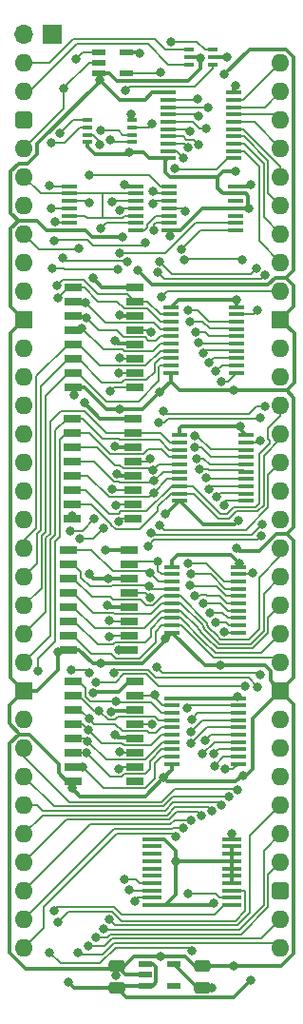
<source format=gtl>
%TF.GenerationSoftware,KiCad,Pcbnew,8.0.7*%
%TF.CreationDate,2025-01-04T14:08:15+02:00*%
%TF.ProjectId,HCP65 Instruction Code,48435036-3520-4496-9e73-747275637469,V0*%
%TF.SameCoordinates,Original*%
%TF.FileFunction,Copper,L1,Top*%
%TF.FilePolarity,Positive*%
%FSLAX46Y46*%
G04 Gerber Fmt 4.6, Leading zero omitted, Abs format (unit mm)*
G04 Created by KiCad (PCBNEW 8.0.7) date 2025-01-04 14:08:15*
%MOMM*%
%LPD*%
G01*
G04 APERTURE LIST*
G04 Aperture macros list*
%AMRoundRect*
0 Rectangle with rounded corners*
0 $1 Rounding radius*
0 $2 $3 $4 $5 $6 $7 $8 $9 X,Y pos of 4 corners*
0 Add a 4 corners polygon primitive as box body*
4,1,4,$2,$3,$4,$5,$6,$7,$8,$9,$2,$3,0*
0 Add four circle primitives for the rounded corners*
1,1,$1+$1,$2,$3*
1,1,$1+$1,$4,$5*
1,1,$1+$1,$6,$7*
1,1,$1+$1,$8,$9*
0 Add four rect primitives between the rounded corners*
20,1,$1+$1,$2,$3,$4,$5,0*
20,1,$1+$1,$4,$5,$6,$7,0*
20,1,$1+$1,$6,$7,$8,$9,0*
20,1,$1+$1,$8,$9,$2,$3,0*%
G04 Aperture macros list end*
%TA.AperFunction,SMDPad,CuDef*%
%ADD10RoundRect,0.250000X0.475000X-0.250000X0.475000X0.250000X-0.475000X0.250000X-0.475000X-0.250000X0*%
%TD*%
%TA.AperFunction,SMDPad,CuDef*%
%ADD11R,1.475000X0.450000*%
%TD*%
%TA.AperFunction,SMDPad,CuDef*%
%ADD12R,1.150000X0.600000*%
%TD*%
%TA.AperFunction,SMDPad,CuDef*%
%ADD13R,1.250000X0.600000*%
%TD*%
%TA.AperFunction,ComponentPad*%
%ADD14R,1.700000X1.700000*%
%TD*%
%TA.AperFunction,ComponentPad*%
%ADD15O,1.700000X1.700000*%
%TD*%
%TA.AperFunction,ComponentPad*%
%ADD16O,1.600000X1.600000*%
%TD*%
%TA.AperFunction,ComponentPad*%
%ADD17RoundRect,0.400000X-0.400000X-0.400000X0.400000X-0.400000X0.400000X0.400000X-0.400000X0.400000X0*%
%TD*%
%TA.AperFunction,ComponentPad*%
%ADD18R,1.600000X1.600000*%
%TD*%
%TA.AperFunction,SMDPad,CuDef*%
%ADD19R,1.550000X0.650000*%
%TD*%
%TA.AperFunction,SMDPad,CuDef*%
%ADD20R,1.800000X0.450000*%
%TD*%
%TA.AperFunction,SMDPad,CuDef*%
%ADD21R,0.950000X0.450000*%
%TD*%
%TA.AperFunction,SMDPad,CuDef*%
%ADD22R,0.875000X0.450000*%
%TD*%
%TA.AperFunction,ViaPad*%
%ADD23C,0.800000*%
%TD*%
%TA.AperFunction,Conductor*%
%ADD24C,0.380000*%
%TD*%
%TA.AperFunction,Conductor*%
%ADD25C,0.200000*%
%TD*%
G04 APERTURE END LIST*
D10*
%TO.P,C10,1*%
%TO.N,/3.3V*%
X15875000Y-82277000D03*
%TO.P,C10,2*%
%TO.N,GND*%
X15875000Y-80377000D03*
%TD*%
D11*
%TO.P,IC15,1,1A*%
%TO.N,/Read Count Access_{0T}*%
X12962400Y-11004000D03*
%TO.P,IC15,2,1Y*%
%TO.N,/~{Read Count Access}_{0}*%
X12962400Y-11654000D03*
%TO.P,IC15,3,2A*%
%TO.N,/Read Count Access_{1}*%
X12962400Y-12304000D03*
%TO.P,IC15,4,2Y*%
%TO.N,/~{Read Count Access}_{1}*%
X12962400Y-12954000D03*
%TO.P,IC15,5,3A*%
%TO.N,/Read Count Access_{2}*%
X12962400Y-13604000D03*
%TO.P,IC15,6,3Y*%
%TO.N,/~{Read Count Access}_{2}*%
X12962400Y-14254000D03*
%TO.P,IC15,7,GND*%
%TO.N,GND*%
X12962400Y-14904000D03*
%TO.P,IC15,8,4Y*%
%TO.N,/~{Read Count Access}_{3}*%
X18838400Y-14904000D03*
%TO.P,IC15,9,4A*%
%TO.N,/Read Count Access_{3}*%
X18838400Y-14254000D03*
%TO.P,IC15,10,5Y*%
%TO.N,unconnected-(IC15-5Y-Pad10)*%
X18838400Y-13604000D03*
%TO.P,IC15,11,5A*%
%TO.N,GND*%
X18838400Y-12954000D03*
%TO.P,IC15,12,6Y*%
%TO.N,unconnected-(IC15-6Y-Pad12)*%
X18838400Y-12304000D03*
%TO.P,IC15,13,6A*%
%TO.N,GND*%
X18838400Y-11654000D03*
%TO.P,IC15,14,3V*%
%TO.N,/3.3V*%
X18838400Y-11004000D03*
%TD*%
D12*
%TO.P,IC11,1,6VIn*%
%TO.N,5V*%
X10765000Y-80203000D03*
%TO.P,IC11,2,GND*%
%TO.N,GND*%
X10765000Y-81153000D03*
%TO.P,IC11,3,EN*%
%TO.N,5V*%
X10765000Y-82103000D03*
%TO.P,IC11,4,ADJ*%
%TO.N,unconnected-(IC11-ADJ-Pad4)*%
X13365000Y-82103000D03*
%TO.P,IC11,5,3.3VOut*%
%TO.N,/3.3V*%
X13365000Y-80203000D03*
%TD*%
D13*
%TO.P,IC12,1,B*%
%TO.N,Opcode Valid*%
X6624000Y950000D03*
%TO.P,IC12,2,A*%
%TO.N,~{PHI2}*%
X6624000Y0D03*
%TO.P,IC12,3,GND*%
%TO.N,GND*%
X6624000Y-950000D03*
%TO.P,IC12,4,Y*%
%TO.N,Net-(IC1-CP)*%
X9124000Y-950000D03*
%TO.P,IC12,5,3V*%
%TO.N,/3.3V*%
X9124000Y950000D03*
%TD*%
D11*
%TO.P,IC8,1,DIR*%
%TO.N,/3.3V*%
X13876800Y-33143000D03*
%TO.P,IC8,2,A0*%
%TO.N,C8*%
X13876800Y-33793000D03*
%TO.P,IC8,3,A1*%
%TO.N,C9*%
X13876800Y-34443000D03*
%TO.P,IC8,4,A2*%
%TO.N,C10*%
X13876800Y-35093000D03*
%TO.P,IC8,5,A3*%
%TO.N,C11*%
X13876800Y-35743000D03*
%TO.P,IC8,6,A4*%
%TO.N,C12*%
X13876800Y-36393000D03*
%TO.P,IC8,7,A5*%
%TO.N,C13*%
X13876800Y-37043000D03*
%TO.P,IC8,8,A6*%
%TO.N,C14*%
X13876800Y-37693000D03*
%TO.P,IC8,9,A7*%
%TO.N,C15*%
X13876800Y-38343000D03*
%TO.P,IC8,10,GND*%
%TO.N,GND*%
X13876800Y-38993000D03*
%TO.P,IC8,11,B7*%
%TO.N,D7*%
X19752800Y-38993000D03*
%TO.P,IC8,12,B6*%
%TO.N,D6*%
X19752800Y-38343000D03*
%TO.P,IC8,13,B5*%
%TO.N,D5*%
X19752800Y-37693000D03*
%TO.P,IC8,14,B4*%
%TO.N,D4*%
X19752800Y-37043000D03*
%TO.P,IC8,15,B3*%
%TO.N,D3*%
X19752800Y-36393000D03*
%TO.P,IC8,16,B2*%
%TO.N,D2*%
X19752800Y-35743000D03*
%TO.P,IC8,17,B1*%
%TO.N,D1*%
X19752800Y-35093000D03*
%TO.P,IC8,18,B0*%
%TO.N,D0*%
X19752800Y-34443000D03*
%TO.P,IC8,19,~{OE}*%
%TO.N,/~{Read Count Access}_{1}*%
X19752800Y-33793000D03*
%TO.P,IC8,20,3V*%
%TO.N,/3.3V*%
X19752800Y-33143000D03*
%TD*%
D14*
%TO.P,J4,1,Pin_1*%
%TO.N,~{PHI2}*%
X2540000Y2540000D03*
D15*
%TO.P,J4,2,Pin_2*%
%TO.N,Net-(IC3-2A)*%
X0Y2540000D03*
%TD*%
D10*
%TO.P,C9,1*%
%TO.N,5V*%
X8255000Y-82277000D03*
%TO.P,C9,2*%
%TO.N,GND*%
X8255000Y-80377000D03*
%TD*%
D11*
%TO.P,IC1,1,~{OE}*%
%TO.N,GND*%
X12810000Y-2663000D03*
%TO.P,IC1,2,D0*%
%TO.N,D7*%
X12810000Y-3313000D03*
%TO.P,IC1,3,D1*%
%TO.N,D6*%
X12810000Y-3963000D03*
%TO.P,IC1,4,D2*%
%TO.N,D5*%
X12810000Y-4613000D03*
%TO.P,IC1,5,D3*%
%TO.N,D4*%
X12810000Y-5263000D03*
%TO.P,IC1,6,D4*%
%TO.N,D3*%
X12810000Y-5913000D03*
%TO.P,IC1,7,D5*%
%TO.N,D2*%
X12810000Y-6563000D03*
%TO.P,IC1,8,D6*%
%TO.N,D1*%
X12810000Y-7213000D03*
%TO.P,IC1,9,D7*%
%TO.N,D0*%
X12810000Y-7863000D03*
%TO.P,IC1,10,GND*%
%TO.N,GND*%
X12810000Y-8513000D03*
%TO.P,IC1,11,CP*%
%TO.N,Net-(IC1-CP)*%
X18686000Y-8513000D03*
%TO.P,IC1,12,Q7*%
%TO.N,OP0*%
X18686000Y-7863000D03*
%TO.P,IC1,13,Q6*%
%TO.N,OP1*%
X18686000Y-7213000D03*
%TO.P,IC1,14,Q5*%
%TO.N,OP2*%
X18686000Y-6563000D03*
%TO.P,IC1,15,Q4*%
%TO.N,OP3*%
X18686000Y-5913000D03*
%TO.P,IC1,16,Q3*%
%TO.N,OP4*%
X18686000Y-5263000D03*
%TO.P,IC1,17,Q2*%
%TO.N,OP5*%
X18686000Y-4613000D03*
%TO.P,IC1,18,Q1*%
%TO.N,OP6*%
X18686000Y-3963000D03*
%TO.P,IC1,19,Q0*%
%TO.N,OP7*%
X18686000Y-3313000D03*
%TO.P,IC1,20,3V*%
%TO.N,/3.3V*%
X18686000Y-2663000D03*
%TD*%
D16*
%TO.P,J2,1,Pin_1*%
%TO.N,~{Reset}*%
X0Y0D03*
%TO.P,J2,2,Pin_2*%
%TO.N,~{Clear Counter}*%
X0Y-2540000D03*
D17*
%TO.P,J2,3,Pin_3*%
%TO.N,5V*%
X0Y-5080000D03*
D16*
%TO.P,J2,4,Pin_4*%
%TO.N,~{PHI2}*%
X0Y-7620000D03*
%TO.P,J2,5,Pin_5*%
%TO.N,~{RD}*%
X0Y-10160000D03*
%TO.P,J2,6,Pin_6*%
%TO.N,~{WD}*%
X0Y-12700000D03*
%TO.P,J2,7,Pin_7*%
%TO.N,Opcode Valid*%
X0Y-15240000D03*
%TO.P,J2,8,Pin_8*%
%TO.N,~{Count Access}_{0}*%
X0Y-17780000D03*
%TO.P,J2,9,Pin_9*%
%TO.N,~{Count Access}_{1}*%
X0Y-20320000D03*
D18*
%TO.P,J2,10,Pin_10*%
%TO.N,GND*%
X0Y-22860000D03*
D16*
%TO.P,J2,11,Pin_11*%
%TO.N,~{Count Access}_{2}*%
X0Y-25400000D03*
%TO.P,J2,12,Pin_12*%
%TO.N,~{Count Access}_{3}*%
X0Y-27940000D03*
%TO.P,J2,13,Pin_13*%
%TO.N,C0*%
X0Y-30480000D03*
%TO.P,J2,14,Pin_14*%
%TO.N,C1*%
X0Y-33020000D03*
%TO.P,J2,15,Pin_15*%
%TO.N,C2*%
X0Y-35560000D03*
%TO.P,J2,16,Pin_16*%
%TO.N,C3*%
X0Y-38100000D03*
%TO.P,J2,17,Pin_17*%
%TO.N,C4*%
X0Y-40640000D03*
%TO.P,J2,18,Pin_18*%
%TO.N,C5*%
X0Y-43180000D03*
%TO.P,J2,19,Pin_19*%
%TO.N,C6*%
X0Y-45720000D03*
%TO.P,J2,20,Pin_20*%
%TO.N,C7*%
X0Y-48260000D03*
%TO.P,J2,21,Pin_21*%
%TO.N,C8*%
X0Y-50800000D03*
%TO.P,J2,22,Pin_22*%
%TO.N,C9*%
X0Y-53340000D03*
D18*
%TO.P,J2,23,Pin_23*%
%TO.N,GND*%
X0Y-55880000D03*
D16*
%TO.P,J2,24,Pin_24*%
%TO.N,C10*%
X0Y-58420000D03*
%TO.P,J2,25,Pin_25*%
%TO.N,D7*%
X0Y-60960000D03*
%TO.P,J2,26,Pin_26*%
%TO.N,D6*%
X0Y-63500000D03*
%TO.P,J2,27,Pin_27*%
%TO.N,D5*%
X0Y-66040000D03*
%TO.P,J2,28,Pin_28*%
%TO.N,D4*%
X0Y-68580000D03*
%TO.P,J2,29,Pin_29*%
%TO.N,D3*%
X0Y-71120000D03*
%TO.P,J2,30,Pin_30*%
%TO.N,D2*%
X0Y-73660000D03*
%TO.P,J2,31,Pin_31*%
%TO.N,D1*%
X0Y-76200000D03*
%TO.P,J2,32,Pin_32*%
%TO.N,D0*%
X0Y-78740000D03*
%TO.P,J2,33,Pin_33*%
%TO.N,C31*%
X22860000Y-78740000D03*
%TO.P,J2,34,Pin_34*%
%TO.N,C30*%
X22860000Y-76200000D03*
D17*
%TO.P,J2,35,Pin_35*%
%TO.N,5V*%
X22860000Y-73660000D03*
D16*
%TO.P,J2,36,Pin_36*%
%TO.N,C29*%
X22860000Y-71120000D03*
%TO.P,J2,37,Pin_37*%
%TO.N,C28*%
X22860000Y-68580000D03*
%TO.P,J2,38,Pin_38*%
%TO.N,C27*%
X22860000Y-66040000D03*
%TO.P,J2,39,Pin_39*%
%TO.N,C26*%
X22860000Y-63500000D03*
%TO.P,J2,40,Pin_40*%
%TO.N,C25*%
X22860000Y-60960000D03*
%TO.P,J2,41,Pin_41*%
%TO.N,C24*%
X22860000Y-58420000D03*
D18*
%TO.P,J2,42,Pin_42*%
%TO.N,GND*%
X22860000Y-55880000D03*
D16*
%TO.P,J2,43,Pin_43*%
%TO.N,C23*%
X22860000Y-53340000D03*
%TO.P,J2,44,Pin_44*%
%TO.N,C22*%
X22860000Y-50800000D03*
%TO.P,J2,45,Pin_45*%
%TO.N,C21*%
X22860000Y-48260000D03*
%TO.P,J2,46,Pin_46*%
%TO.N,C20*%
X22860000Y-45720000D03*
%TO.P,J2,47,Pin_47*%
%TO.N,C19*%
X22860000Y-43180000D03*
%TO.P,J2,48,Pin_48*%
%TO.N,C18*%
X22860000Y-40640000D03*
%TO.P,J2,49,Pin_49*%
%TO.N,C17*%
X22860000Y-38100000D03*
%TO.P,J2,50,Pin_50*%
%TO.N,C16*%
X22860000Y-35560000D03*
%TO.P,J2,51,Pin_51*%
%TO.N,C15*%
X22860000Y-33020000D03*
%TO.P,J2,52,Pin_52*%
%TO.N,C14*%
X22860000Y-30480000D03*
%TO.P,J2,53,Pin_53*%
%TO.N,C13*%
X22860000Y-27940000D03*
%TO.P,J2,54,Pin_54*%
%TO.N,C12*%
X22860000Y-25400000D03*
D18*
%TO.P,J2,55,Pin_55*%
%TO.N,GND*%
X22860000Y-22860000D03*
D16*
%TO.P,J2,56,Pin_56*%
%TO.N,C11*%
X22860000Y-20320000D03*
%TO.P,J2,57,Pin_57*%
%TO.N,OP0*%
X22860000Y-17780000D03*
%TO.P,J2,58,Pin_58*%
%TO.N,OP1*%
X22860000Y-15240000D03*
%TO.P,J2,59,Pin_59*%
%TO.N,OP2*%
X22860000Y-12700000D03*
%TO.P,J2,60,Pin_60*%
%TO.N,OP3*%
X22860000Y-10160000D03*
%TO.P,J2,61,Pin_61*%
%TO.N,OP4*%
X22860000Y-7620000D03*
%TO.P,J2,62,Pin_62*%
%TO.N,OP5*%
X22860000Y-5080000D03*
%TO.P,J2,63,Pin_63*%
%TO.N,OP6*%
X22860000Y-2540000D03*
%TO.P,J2,64,Pin_64*%
%TO.N,OP7*%
X22860000Y0D03*
%TD*%
D19*
%TO.P,IC2,1,Q1*%
%TO.N,C1*%
X4387000Y-19975607D03*
%TO.P,IC2,2,Q2*%
%TO.N,C2*%
X4387000Y-21245607D03*
%TO.P,IC2,3,Q3*%
%TO.N,C3*%
X4387000Y-22515607D03*
%TO.P,IC2,4,Q4*%
%TO.N,C4*%
X4387000Y-23785607D03*
%TO.P,IC2,5,Q5*%
%TO.N,C5*%
X4387000Y-25055607D03*
%TO.P,IC2,6,Q6*%
%TO.N,C6*%
X4387000Y-26325607D03*
%TO.P,IC2,7,Q7*%
%TO.N,C7*%
X4387000Y-27595607D03*
%TO.P,IC2,8,GND*%
%TO.N,GND*%
X4387000Y-28865607D03*
%TO.P,IC2,9,~{RCO}*%
%TO.N,Net-(IC2-~{RCO})*%
X9837000Y-28865607D03*
%TO.P,IC2,10,~{MRC}*%
%TO.N,/~{MRC}_{5V}*%
X9837000Y-27595607D03*
%TO.P,IC2,11,CPC*%
%TO.N,/Opcode Valid_{5V}*%
X9837000Y-26325607D03*
%TO.P,IC2,12,~{CE}*%
%TO.N,GND*%
X9837000Y-25055607D03*
%TO.P,IC2,13,CPR*%
%TO.N,/Read Count_{5V}*%
X9837000Y-23785607D03*
%TO.P,IC2,14,~{OE}*%
%TO.N,GND*%
X9837000Y-22515607D03*
%TO.P,IC2,15,Q0*%
%TO.N,C0*%
X9837000Y-21245607D03*
%TO.P,IC2,16,VCC*%
%TO.N,5V*%
X9837000Y-19975607D03*
%TD*%
D20*
%TO.P,IC17,1,DIR*%
%TO.N,GND*%
X11436000Y-69084000D03*
%TO.P,IC17,2,A0*%
%TO.N,unconnected-(IC17-A0-Pad2)*%
X11436000Y-69734000D03*
%TO.P,IC17,3,A1*%
%TO.N,unconnected-(IC17-A1-Pad3)*%
X11436000Y-70384000D03*
%TO.P,IC17,4,A2*%
%TO.N,unconnected-(IC17-A2-Pad4)*%
X11436000Y-71034000D03*
%TO.P,IC17,5,A3*%
%TO.N,unconnected-(IC17-A3-Pad5)*%
X11436000Y-71684000D03*
%TO.P,IC17,6,A4*%
%TO.N,unconnected-(IC17-A4-Pad6)*%
X11436000Y-72334000D03*
%TO.P,IC17,7,A5*%
%TO.N,/~{MRC}_{5V}*%
X11436000Y-72984000D03*
%TO.P,IC17,8,A6*%
%TO.N,/Opcode Valid_{5V}*%
X11436000Y-73634000D03*
%TO.P,IC17,9,A7*%
%TO.N,/Read Count_{5V}*%
X11436000Y-74284000D03*
%TO.P,IC17,10,GND*%
%TO.N,GND*%
X11436000Y-74934000D03*
%TO.P,IC17,11,B7*%
%TO.N,/Read Count Access_{0}*%
X18536000Y-74934000D03*
%TO.P,IC17,12,B6*%
%TO.N,Opcode Valid*%
X18536000Y-74284000D03*
%TO.P,IC17,13,B5*%
%TO.N,/~{MRC}*%
X18536000Y-73634000D03*
%TO.P,IC17,14,B4*%
%TO.N,GND*%
X18536000Y-72984000D03*
%TO.P,IC17,15,B3*%
X18536000Y-72334000D03*
%TO.P,IC17,16,B2*%
X18536000Y-71684000D03*
%TO.P,IC17,17,B1*%
X18536000Y-71034000D03*
%TO.P,IC17,18,B0*%
X18536000Y-70384000D03*
%TO.P,IC17,19,~{OE}*%
X18536000Y-69734000D03*
%TO.P,IC17,20,5V*%
%TO.N,5V*%
X18536000Y-69084000D03*
%TD*%
D19*
%TO.P,IC4,1,Q1*%
%TO.N,C9*%
X4264000Y-31659607D03*
%TO.P,IC4,2,Q2*%
%TO.N,C10*%
X4264000Y-32929607D03*
%TO.P,IC4,3,Q3*%
%TO.N,C11*%
X4264000Y-34199607D03*
%TO.P,IC4,4,Q4*%
%TO.N,C12*%
X4264000Y-35469607D03*
%TO.P,IC4,5,Q5*%
%TO.N,C13*%
X4264000Y-36739607D03*
%TO.P,IC4,6,Q6*%
%TO.N,C14*%
X4264000Y-38009607D03*
%TO.P,IC4,7,Q7*%
%TO.N,C15*%
X4264000Y-39279607D03*
%TO.P,IC4,8,GND*%
%TO.N,GND*%
X4264000Y-40549607D03*
%TO.P,IC4,9,~{RCO}*%
%TO.N,Net-(IC4-~{RCO})*%
X9714000Y-40549607D03*
%TO.P,IC4,10,~{MRC}*%
%TO.N,/~{MRC}_{5V}*%
X9714000Y-39279607D03*
%TO.P,IC4,11,CPC*%
%TO.N,Net-(IC2-~{RCO})*%
X9714000Y-38009607D03*
%TO.P,IC4,12,~{CE}*%
%TO.N,GND*%
X9714000Y-36739607D03*
%TO.P,IC4,13,CPR*%
%TO.N,/Read Count_{5V}*%
X9714000Y-35469607D03*
%TO.P,IC4,14,~{OE}*%
%TO.N,GND*%
X9714000Y-34199607D03*
%TO.P,IC4,15,Q0*%
%TO.N,C8*%
X9714000Y-32929607D03*
%TO.P,IC4,16,VCC*%
%TO.N,5V*%
X9714000Y-31659607D03*
%TD*%
%TO.P,IC5,1,Q1*%
%TO.N,C17*%
X3929800Y-43343607D03*
%TO.P,IC5,2,Q2*%
%TO.N,C18*%
X3929800Y-44613607D03*
%TO.P,IC5,3,Q3*%
%TO.N,C19*%
X3929800Y-45883607D03*
%TO.P,IC5,4,Q4*%
%TO.N,C20*%
X3929800Y-47153607D03*
%TO.P,IC5,5,Q5*%
%TO.N,C21*%
X3929800Y-48423607D03*
%TO.P,IC5,6,Q6*%
%TO.N,C22*%
X3929800Y-49693607D03*
%TO.P,IC5,7,Q7*%
%TO.N,C23*%
X3929800Y-50963607D03*
%TO.P,IC5,8,GND*%
%TO.N,GND*%
X3929800Y-52233607D03*
%TO.P,IC5,9,~{RCO}*%
%TO.N,Net-(IC5-~{RCO})*%
X9379800Y-52233607D03*
%TO.P,IC5,10,~{MRC}*%
%TO.N,/~{MRC}_{5V}*%
X9379800Y-50963607D03*
%TO.P,IC5,11,CPC*%
%TO.N,Net-(IC4-~{RCO})*%
X9379800Y-49693607D03*
%TO.P,IC5,12,~{CE}*%
%TO.N,GND*%
X9379800Y-48423607D03*
%TO.P,IC5,13,CPR*%
%TO.N,/Read Count_{5V}*%
X9379800Y-47153607D03*
%TO.P,IC5,14,~{OE}*%
%TO.N,GND*%
X9379800Y-45883607D03*
%TO.P,IC5,15,Q0*%
%TO.N,C16*%
X9379800Y-44613607D03*
%TO.P,IC5,16,VCC*%
%TO.N,5V*%
X9379800Y-43343607D03*
%TD*%
D11*
%TO.P,IC14,1,DIR*%
%TO.N,/3.3V*%
X13195000Y-56547607D03*
%TO.P,IC14,2,A0*%
%TO.N,C24*%
X13195000Y-57197607D03*
%TO.P,IC14,3,A1*%
%TO.N,C25*%
X13195000Y-57847607D03*
%TO.P,IC14,4,A2*%
%TO.N,C26*%
X13195000Y-58497607D03*
%TO.P,IC14,5,A3*%
%TO.N,C27*%
X13195000Y-59147607D03*
%TO.P,IC14,6,A4*%
%TO.N,C28*%
X13195000Y-59797607D03*
%TO.P,IC14,7,A5*%
%TO.N,C29*%
X13195000Y-60447607D03*
%TO.P,IC14,8,A6*%
%TO.N,C30*%
X13195000Y-61097607D03*
%TO.P,IC14,9,A7*%
%TO.N,C31*%
X13195000Y-61747607D03*
%TO.P,IC14,10,GND*%
%TO.N,GND*%
X13195000Y-62397607D03*
%TO.P,IC14,11,B7*%
%TO.N,D7*%
X19071000Y-62397607D03*
%TO.P,IC14,12,B6*%
%TO.N,D6*%
X19071000Y-61747607D03*
%TO.P,IC14,13,B5*%
%TO.N,D5*%
X19071000Y-61097607D03*
%TO.P,IC14,14,B4*%
%TO.N,D4*%
X19071000Y-60447607D03*
%TO.P,IC14,15,B3*%
%TO.N,D3*%
X19071000Y-59797607D03*
%TO.P,IC14,16,B2*%
%TO.N,D2*%
X19071000Y-59147607D03*
%TO.P,IC14,17,B1*%
%TO.N,D1*%
X19071000Y-58497607D03*
%TO.P,IC14,18,B0*%
%TO.N,D0*%
X19071000Y-57847607D03*
%TO.P,IC14,19,~{OE}*%
%TO.N,/~{Read Count Access}_{3}*%
X19071000Y-57197607D03*
%TO.P,IC14,20,3V*%
%TO.N,/3.3V*%
X19071000Y-56547607D03*
%TD*%
%TO.P,IC10,1,1A*%
%TO.N,~{Count Access}_{0}*%
X4047000Y-11004000D03*
%TO.P,IC10,2,1B*%
%TO.N,~{RD}*%
X4047000Y-11654000D03*
%TO.P,IC10,3,1Y*%
%TO.N,/Read Count Access_{0T}*%
X4047000Y-12304000D03*
%TO.P,IC10,4,2A*%
%TO.N,~{Count Access}_{1}*%
X4047000Y-12954000D03*
%TO.P,IC10,5,2B*%
%TO.N,~{RD}*%
X4047000Y-13604000D03*
%TO.P,IC10,6,2Y*%
%TO.N,/Read Count Access_{1}*%
X4047000Y-14254000D03*
%TO.P,IC10,7,GND*%
%TO.N,GND*%
X4047000Y-14904000D03*
%TO.P,IC10,8,3Y*%
%TO.N,/Read Count Access_{2}*%
X9923000Y-14904000D03*
%TO.P,IC10,9,3A*%
%TO.N,~{Count Access}_{2}*%
X9923000Y-14254000D03*
%TO.P,IC10,10,3B*%
%TO.N,~{RD}*%
X9923000Y-13604000D03*
%TO.P,IC10,11,4Y*%
%TO.N,/Read Count Access_{3}*%
X9923000Y-12954000D03*
%TO.P,IC10,12,4A*%
%TO.N,~{Count Access}_{3}*%
X9923000Y-12304000D03*
%TO.P,IC10,13,4B*%
%TO.N,~{RD}*%
X9923000Y-11654000D03*
%TO.P,IC10,14,3V*%
%TO.N,/3.3V*%
X9923000Y-11004000D03*
%TD*%
D19*
%TO.P,IC6,1,Q1*%
%TO.N,C25*%
X4387000Y-55027607D03*
%TO.P,IC6,2,Q2*%
%TO.N,C26*%
X4387000Y-56297607D03*
%TO.P,IC6,3,Q3*%
%TO.N,C27*%
X4387000Y-57567607D03*
%TO.P,IC6,4,Q4*%
%TO.N,C28*%
X4387000Y-58837607D03*
%TO.P,IC6,5,Q5*%
%TO.N,C29*%
X4387000Y-60107607D03*
%TO.P,IC6,6,Q6*%
%TO.N,C30*%
X4387000Y-61377607D03*
%TO.P,IC6,7,Q7*%
%TO.N,C31*%
X4387000Y-62647607D03*
%TO.P,IC6,8,GND*%
%TO.N,GND*%
X4387000Y-63917607D03*
%TO.P,IC6,9,~{RCO}*%
%TO.N,unconnected-(IC6-~{RCO}-Pad9)*%
X9837000Y-63917607D03*
%TO.P,IC6,10,~{MRC}*%
%TO.N,/~{MRC}_{5V}*%
X9837000Y-62647607D03*
%TO.P,IC6,11,CPC*%
%TO.N,Net-(IC5-~{RCO})*%
X9837000Y-61377607D03*
%TO.P,IC6,12,~{CE}*%
%TO.N,GND*%
X9837000Y-60107607D03*
%TO.P,IC6,13,CPR*%
%TO.N,/Read Count_{5V}*%
X9837000Y-58837607D03*
%TO.P,IC6,14,~{OE}*%
%TO.N,GND*%
X9837000Y-57567607D03*
%TO.P,IC6,15,Q0*%
%TO.N,C24*%
X9837000Y-56297607D03*
%TO.P,IC6,16,VCC*%
%TO.N,5V*%
X9837000Y-55027607D03*
%TD*%
D11*
%TO.P,IC7,1,DIR*%
%TO.N,/3.3V*%
X13195000Y-44863607D03*
%TO.P,IC7,2,A0*%
%TO.N,C16*%
X13195000Y-45513607D03*
%TO.P,IC7,3,A1*%
%TO.N,C17*%
X13195000Y-46163607D03*
%TO.P,IC7,4,A2*%
%TO.N,C18*%
X13195000Y-46813607D03*
%TO.P,IC7,5,A3*%
%TO.N,C19*%
X13195000Y-47463607D03*
%TO.P,IC7,6,A4*%
%TO.N,C20*%
X13195000Y-48113607D03*
%TO.P,IC7,7,A5*%
%TO.N,C21*%
X13195000Y-48763607D03*
%TO.P,IC7,8,A6*%
%TO.N,C22*%
X13195000Y-49413607D03*
%TO.P,IC7,9,A7*%
%TO.N,C23*%
X13195000Y-50063607D03*
%TO.P,IC7,10,GND*%
%TO.N,GND*%
X13195000Y-50713607D03*
%TO.P,IC7,11,B7*%
%TO.N,D7*%
X19071000Y-50713607D03*
%TO.P,IC7,12,B6*%
%TO.N,D6*%
X19071000Y-50063607D03*
%TO.P,IC7,13,B5*%
%TO.N,D5*%
X19071000Y-49413607D03*
%TO.P,IC7,14,B4*%
%TO.N,D4*%
X19071000Y-48763607D03*
%TO.P,IC7,15,B3*%
%TO.N,D3*%
X19071000Y-48113607D03*
%TO.P,IC7,16,B2*%
%TO.N,D2*%
X19071000Y-47463607D03*
%TO.P,IC7,17,B1*%
%TO.N,D1*%
X19071000Y-46813607D03*
%TO.P,IC7,18,B0*%
%TO.N,D0*%
X19071000Y-46163607D03*
%TO.P,IC7,19,~{OE}*%
%TO.N,/~{Read Count Access}_{2}*%
X19071000Y-45513607D03*
%TO.P,IC7,20,3V*%
%TO.N,/3.3V*%
X19071000Y-44863607D03*
%TD*%
D21*
%TO.P,IC3,1,1A*%
%TO.N,~{Count Access}_{0}*%
X5645000Y-5121000D03*
%TO.P,IC3,2,1B*%
%TO.N,~{WD}*%
X5645000Y-5771000D03*
%TO.P,IC3,3,2Y*%
%TO.N,/Read Count Access_{0}*%
X5645000Y-6421000D03*
%TO.P,IC3,4,GND*%
%TO.N,GND*%
X5645000Y-7071000D03*
%TO.P,IC3,5,2A*%
%TO.N,Net-(IC3-2A)*%
X9595000Y-7071000D03*
%TO.P,IC3,6,2B*%
%TO.N,/Read Count Access_{0T}*%
X9595000Y-6421000D03*
%TO.P,IC3,7,1Y*%
%TO.N,/~{Write Count}*%
X9595000Y-5771000D03*
%TO.P,IC3,8,VCC*%
%TO.N,/3.3V*%
X9595000Y-5121000D03*
%TD*%
D11*
%TO.P,IC9,1,DIR*%
%TO.N,/3.3V*%
X13068000Y-21749607D03*
%TO.P,IC9,2,A0*%
%TO.N,C0*%
X13068000Y-22399607D03*
%TO.P,IC9,3,A1*%
%TO.N,C1*%
X13068000Y-23049607D03*
%TO.P,IC9,4,A2*%
%TO.N,C2*%
X13068000Y-23699607D03*
%TO.P,IC9,5,A3*%
%TO.N,C3*%
X13068000Y-24349607D03*
%TO.P,IC9,6,A4*%
%TO.N,C4*%
X13068000Y-24999607D03*
%TO.P,IC9,7,A5*%
%TO.N,C5*%
X13068000Y-25649607D03*
%TO.P,IC9,8,A6*%
%TO.N,C6*%
X13068000Y-26299607D03*
%TO.P,IC9,9,A7*%
%TO.N,C7*%
X13068000Y-26949607D03*
%TO.P,IC9,10,GND*%
%TO.N,GND*%
X13068000Y-27599607D03*
%TO.P,IC9,11,B7*%
%TO.N,D7*%
X18944000Y-27599607D03*
%TO.P,IC9,12,B6*%
%TO.N,D6*%
X18944000Y-26949607D03*
%TO.P,IC9,13,B5*%
%TO.N,D5*%
X18944000Y-26299607D03*
%TO.P,IC9,14,B4*%
%TO.N,D4*%
X18944000Y-25649607D03*
%TO.P,IC9,15,B3*%
%TO.N,D3*%
X18944000Y-24999607D03*
%TO.P,IC9,16,B2*%
%TO.N,D2*%
X18944000Y-24349607D03*
%TO.P,IC9,17,B1*%
%TO.N,D1*%
X18944000Y-23699607D03*
%TO.P,IC9,18,B0*%
%TO.N,D0*%
X18944000Y-23049607D03*
%TO.P,IC9,19,~{OE}*%
%TO.N,/~{Read Count Access}_{0}*%
X18944000Y-22399607D03*
%TO.P,IC9,20,3V*%
%TO.N,/3.3V*%
X18944000Y-21749607D03*
%TD*%
D22*
%TO.P,IC13,1,A*%
%TO.N,~{Reset}*%
X14686000Y1158000D03*
%TO.P,IC13,2,GND*%
%TO.N,GND*%
X14686000Y508000D03*
%TO.P,IC13,3,B*%
%TO.N,~{Clear Counter}*%
X14686000Y-142000D03*
%TO.P,IC13,4,Y*%
%TO.N,/~{MRC}*%
X16810000Y-142000D03*
%TO.P,IC13,5,3V*%
%TO.N,/3.3V*%
X16810000Y508000D03*
%TO.P,IC13,6,C*%
%TO.N,/~{Write Count}*%
X16810000Y1158000D03*
%TD*%
D23*
%TO.N,GND*%
X10109200Y-18440396D03*
X9398000Y-8001000D03*
X20038000Y-12989921D03*
X7797132Y-57740906D03*
X13512800Y-71034000D03*
X12192000Y-79502000D03*
X6841199Y-53478614D03*
X18646400Y-29159200D03*
X8116800Y-34124607D03*
X5794026Y-45466537D03*
X8509000Y-30824400D03*
X12446000Y-63627000D03*
X8100521Y-59819079D03*
X18846800Y-9652000D03*
X12623504Y-40180869D03*
X17830800Y-1066800D03*
X8523440Y-22449559D03*
X4318000Y-40335200D03*
X18948403Y-43156000D03*
X12065000Y-29337000D03*
X18669000Y-80391000D03*
X12976892Y-15421607D03*
X4268922Y-64565078D03*
X3013002Y-52425600D03*
X6705600Y-1524000D03*
X16919000Y-74803006D03*
X7383115Y-48238607D03*
X8737979Y-15527907D03*
X15748000Y374500D03*
X7472780Y-45860232D03*
X8294796Y-36567348D03*
X4445000Y-29565600D03*
X19095257Y-40729118D03*
X19488984Y-63402727D03*
X17505260Y-53619001D03*
X8107944Y-24777639D03*
X12598400Y-51206400D03*
X8178800Y-81177500D03*
%TO.N,5V*%
X18536000Y-68580000D03*
X5358000Y-30279911D03*
X6106381Y-19134668D03*
X7224810Y-43343610D03*
X3937000Y-81788000D03*
X20193000Y-81661000D03*
X6172932Y-56073589D03*
%TO.N,/3.3V*%
X16764000Y-82277000D03*
X18821398Y-2057399D03*
X8933971Y-10884266D03*
X18994000Y-56360181D03*
X19227985Y-44576815D03*
X18084800Y457202D03*
X19236578Y-32396625D03*
X10287597Y866595D03*
X18923000Y-21082000D03*
X9525000Y-4572000D03*
X20167600Y-10871200D03*
%TO.N,D0*%
X14190000Y-8482507D03*
X14924984Y-58420001D03*
X13521960Y-68839967D03*
X15237264Y-33202820D03*
X14579600Y-22064686D03*
X14614617Y-44539280D03*
%TO.N,D6*%
X16401741Y-4011154D03*
X17169218Y-38653965D03*
X17097668Y-27460368D03*
X17029200Y-49798086D03*
X16945473Y-62590278D03*
X18257603Y-65323503D03*
%TO.N,D2*%
X14893678Y-60540609D03*
X15339972Y-35197731D03*
X15541830Y-7273925D03*
X14879712Y-67371883D03*
X15251556Y-23946783D03*
X14823504Y-46529279D03*
%TO.N,D5*%
X16471203Y-37937878D03*
X16525010Y-48934491D03*
X17554347Y-66034443D03*
X15575965Y-4761154D03*
X16934000Y-61470137D03*
X16515319Y-26647427D03*
%TO.N,Net-(IC1-CP)*%
X12192000Y-850000D03*
X13397458Y-9416716D03*
%TO.N,D3*%
X16103322Y-60320914D03*
X15814615Y-67016972D03*
X15650692Y-36148235D03*
X15233854Y-47441210D03*
X14786302Y-6088266D03*
X15567476Y-24895572D03*
%TO.N,D4*%
X16000844Y-48082872D03*
X15961975Y-25814471D03*
X16256000Y-5842000D03*
X16220971Y-36969689D03*
X16706461Y-66564627D03*
X15907069Y-61507118D03*
%TO.N,D7*%
X17821970Y-50619001D03*
X15494000Y-3261154D03*
X17570835Y-28341343D03*
X17807800Y-39423522D03*
X17907000Y-62865000D03*
X19055216Y-64720329D03*
%TO.N,D1*%
X14782915Y-23063392D03*
X14852178Y-45510655D03*
X14213845Y-68117956D03*
X15225764Y-34204271D03*
X14584738Y-7563712D03*
X14878910Y-59540716D03*
%TO.N,C0*%
X2946400Y-19812000D03*
%TO.N,C4*%
X5165134Y-23630613D03*
%TO.N,Net-(IC2-~{RCO})*%
X7844508Y-37948737D03*
X7670800Y-29210000D03*
%TO.N,/Opcode Valid_{5V}*%
X8487251Y-26219758D03*
X9398000Y-73558400D03*
%TO.N,/Read Count_{5V}*%
X11296623Y-23935615D03*
X11355557Y-58859981D03*
X11197813Y-47577787D03*
X9831600Y-74602806D03*
X11200000Y-35227137D03*
%TO.N,C1*%
X2998259Y-20908320D03*
%TO.N,C2*%
X5461000Y-21336000D03*
%TO.N,C3*%
X5526384Y-22698675D03*
%TO.N,~{Count Access}_{0}*%
X3212195Y-6305366D03*
X2265660Y-10954000D03*
%TO.N,~{WD}*%
X2413000Y-7112000D03*
%TO.N,Net-(IC4-~{RCO})*%
X7559703Y-49638607D03*
X8467114Y-40841953D03*
%TO.N,C12*%
X11556773Y-37216649D03*
X21082000Y-31597600D03*
X12000000Y-32014483D03*
%TO.N,C13*%
X11531600Y-38252400D03*
X21437600Y-30581600D03*
X12402928Y-31031072D03*
%TO.N,C11*%
X12242800Y-20828000D03*
X11489912Y-36218885D03*
%TO.N,C10*%
X1212990Y-54102000D03*
%TO.N,C17*%
X21258197Y-41069325D03*
X11295642Y-41829112D03*
X11215600Y-45363321D03*
%TO.N,C18*%
X21174073Y-42065783D03*
X11174462Y-46578057D03*
X11067859Y-42995250D03*
%TO.N,C16*%
X12045690Y-41167725D03*
X11926800Y-44348400D03*
%TO.N,C28*%
X7059888Y-77092514D03*
X5741494Y-59367104D03*
%TO.N,Net-(IC5-~{RCO})*%
X8498974Y-61301812D03*
X8453082Y-52288607D03*
%TO.N,C30*%
X5691860Y-78625071D03*
X5528400Y-61363973D03*
%TO.N,C24*%
X21026627Y-54459001D03*
X11834781Y-53814745D03*
X11608679Y-56239324D03*
%TO.N,C27*%
X5787309Y-58368151D03*
X7589711Y-76244403D03*
%TO.N,C25*%
X8001000Y-54279800D03*
X20814975Y-55512025D03*
X8158400Y-56808441D03*
%TO.N,C26*%
X19685000Y-55499028D03*
X6658544Y-57658880D03*
X6365725Y-55089797D03*
%TO.N,C31*%
X5216402Y-62686811D03*
X4803200Y-79148150D03*
%TO.N,C29*%
X5680733Y-60365259D03*
X6359888Y-77815712D03*
%TO.N,~{Count Access}_{1}*%
X2413000Y-12953998D03*
%TO.N,~{Count Access}_{2}*%
X2514600Y-18262600D03*
X6820328Y-14737907D03*
X8313444Y-18351770D03*
%TO.N,~{Count Access}_{3}*%
X7822932Y-12354000D03*
X3434979Y-17353809D03*
X9175068Y-17744011D03*
%TO.N,Opcode Valid*%
X6250337Y-40584063D03*
X4622800Y353816D03*
X14605000Y-73914000D03*
X4881893Y-16490699D03*
X4136015Y-41634415D03*
X2287600Y-79134350D03*
X14986000Y-79046000D03*
%TO.N,~{PHI2}*%
X3556002Y-2286000D03*
%TO.N,/Read Count Access_{0}*%
X4927600Y-42367200D03*
X7083437Y-41417523D03*
X6759295Y-7325887D03*
X2649600Y-75439354D03*
%TO.N,/~{Read Count Access}_{2}*%
X21460622Y-18919234D03*
X20405581Y-45362448D03*
X11906620Y-18667546D03*
X11601890Y-14946259D03*
%TO.N,/~{Read Count Access}_{1}*%
X14248408Y-17577341D03*
X21080182Y-33642515D03*
X14376400Y-13258800D03*
X19402405Y-17565827D03*
%TO.N,/~{Read Count Access}_{0}*%
X20814979Y-22060217D03*
X12043504Y-17677133D03*
X20702305Y-18267345D03*
X11480800Y-11480800D03*
%TO.N,/Read Count Access_{1}*%
X11468425Y-12509175D03*
X10820400Y-16002000D03*
X2776675Y-14114000D03*
X2692400Y-15877600D03*
%TO.N,/Read Count Access_{3}*%
X8559403Y-16951770D03*
X8478454Y-13109179D03*
%TO.N,/~{Read Count Access}_{3}*%
X14532002Y-57404000D03*
X13988888Y-16611600D03*
%TO.N,/~{MRC}_{5V}*%
X8147823Y-39357811D03*
X8396402Y-62828400D03*
X7569200Y-51065200D03*
X8958400Y-72635322D03*
X8467788Y-27619758D03*
%TO.N,/~{MRC}*%
X4211200Y-53991489D03*
X5810066Y-54258383D03*
X9057844Y-2480000D03*
X3048000Y-76454000D03*
%TO.N,/~{Write Count}*%
X13081000Y1879600D03*
X11430000Y-5461000D03*
%TO.N,/Read Count Access_{0T}*%
X5842000Y-10033000D03*
X6807130Y-6061302D03*
X5842000Y-12446000D03*
%TO.N,Net-(IC3-2A)*%
X7673000Y-6858000D03*
%TD*%
D24*
%TO.N,GND*%
X332915Y-8970000D02*
X1190000Y-8112915D01*
X10577600Y-30824400D02*
X12065000Y-29337000D01*
X7322236Y-30824400D02*
X8509000Y-30824400D01*
X23368000Y-19122400D02*
X24050000Y-18440400D01*
X19965900Y-12944000D02*
X19965900Y-11859493D01*
X8483600Y-3302000D02*
X6705600Y-1524000D01*
X6096000Y-15544800D02*
X6112893Y-15527907D01*
X9800000Y-79502000D02*
X12192000Y-79502000D01*
X8509000Y-30824400D02*
X10577600Y-30824400D01*
X7472780Y-45860232D02*
X6187721Y-45860232D01*
X4387000Y-28865607D02*
X4387000Y-29507600D01*
X13003602Y-10210800D02*
X12557458Y-9764656D01*
X17780000Y-9652000D02*
X17221200Y-10210800D01*
X9714000Y-36739607D02*
X8467055Y-36739607D01*
X6112893Y-15527907D02*
X8737979Y-15527907D01*
X18669000Y-80391000D02*
X18655000Y-80377000D01*
X-1190000Y-9667085D02*
X-492915Y-8970000D01*
X18838400Y-11654000D02*
X17720900Y-11654000D01*
X13512800Y-73994200D02*
X13512800Y-71034000D01*
X9764008Y-60034615D02*
X8316057Y-60034615D01*
X24050000Y-29790400D02*
X24050000Y-41198800D01*
X6874464Y-53445349D02*
X6841199Y-53478614D01*
X23418800Y-29159200D02*
X24050000Y-29790400D01*
X1190000Y-8112915D02*
X1190000Y-7192000D01*
X12702207Y-51206400D02*
X12598400Y-51206400D01*
X11180000Y-8513000D02*
X10668000Y-8001000D01*
X6146690Y-53478614D02*
X6841199Y-53478614D01*
X5455200Y-14904000D02*
X6096000Y-15544800D01*
X8316057Y-60034615D02*
X8100521Y-59819079D01*
X21948217Y-54968217D02*
X21948217Y-54124783D01*
X18846800Y-9652000D02*
X17780000Y-9652000D01*
X17830800Y-1066800D02*
X20087600Y1190000D01*
X23368000Y-19130000D02*
X22367085Y-19130000D01*
X18536000Y-72984000D02*
X18536000Y-72334000D01*
X-1315000Y-58787915D02*
X-332915Y-59770000D01*
X12478000Y-69084000D02*
X11436000Y-69084000D01*
X15867836Y-12954000D02*
X13917836Y-14904000D01*
X6705600Y-1676400D02*
X6705600Y-1524000D01*
X13068000Y-28334000D02*
X12065000Y-29337000D01*
X13917836Y-14904000D02*
X12962400Y-14904000D01*
X6350000Y-8128000D02*
X9271000Y-8128000D01*
X22905915Y-80377000D02*
X18683000Y-80377000D01*
X1991497Y-14904000D02*
X4047000Y-14904000D01*
X23368000Y-19130000D02*
X24050000Y-19812000D01*
X20408002Y-58331998D02*
X20408002Y-62803105D01*
X12962400Y-15407115D02*
X12976892Y-15421607D01*
X16100394Y-53619001D02*
X17505260Y-53619001D01*
X12573000Y-74934000D02*
X13512800Y-73994200D01*
X-1190000Y-24050000D02*
X0Y-22860000D01*
X15748000Y374500D02*
X15748000Y-522500D01*
X9379800Y-48423607D02*
X7568115Y-48423607D01*
X7960167Y-53478607D02*
X7926909Y-53445349D01*
X13195000Y-50713607D02*
X12702207Y-51206400D01*
X12192000Y-79502000D02*
X14330000Y-79502000D01*
X20923085Y-43434000D02*
X19226403Y-43434000D01*
X4387000Y-28865607D02*
X5363443Y-28865607D01*
X4901683Y-52233607D02*
X6146690Y-53478614D01*
X3929800Y-52233607D02*
X4901683Y-52233607D01*
X10804000Y-65269000D02*
X4972844Y-65269000D01*
X5645000Y-7071000D02*
X5645000Y-7423000D01*
X24050000Y-54690000D02*
X22860000Y-55880000D01*
X12446000Y-63627000D02*
X12778121Y-63959121D01*
X7496155Y-45883607D02*
X7472780Y-45860232D01*
X23440400Y-41910000D02*
X24050000Y-41300400D01*
X13195000Y-50713607D02*
X16100394Y-53619001D01*
X19965900Y-11859493D02*
X19760407Y-11654000D01*
X9811151Y-25029758D02*
X8360063Y-25029758D01*
X24079200Y-28498800D02*
X23418800Y-29159200D01*
X8467055Y-36739607D02*
X8294796Y-36567348D01*
X5363443Y-28865607D02*
X7322236Y-30824400D01*
X20408002Y-62803105D02*
X19808380Y-63402727D01*
X24050000Y-42519600D02*
X24050000Y-54690000D01*
X1137497Y-14050000D02*
X1991497Y-14904000D01*
X12810000Y-2663000D02*
X11434000Y-2663000D01*
X9837000Y-22515607D02*
X8589488Y-22515607D01*
X23418800Y-29159200D02*
X18646400Y-29159200D01*
X11434000Y-2663000D02*
X10795000Y-3302000D01*
X6705600Y-1031600D02*
X6705600Y-1524000D01*
X-1307866Y-79159334D02*
X164335Y-80631535D01*
X18536000Y-69734000D02*
X18536000Y-70384000D01*
X0Y-55880000D02*
X-1190000Y-54690000D01*
X24050000Y492915D02*
X24050000Y-18440400D01*
X13876800Y-38993000D02*
X12688931Y-40180869D01*
X24050000Y-19812000D02*
X24050000Y-19862800D01*
X8244000Y-1640000D02*
X7554000Y-950000D01*
X14330000Y-79513000D02*
X15194000Y-80377000D01*
X8589488Y-22515607D02*
X8523440Y-22449559D01*
X24050000Y-21670000D02*
X22860000Y-22860000D01*
X10795000Y-3302000D02*
X8483600Y-3302000D01*
X9717566Y-57687041D02*
X7850997Y-57687041D01*
X12688931Y-40180869D02*
X12623504Y-40180869D01*
X20087600Y1190000D02*
X23352915Y1190000D01*
X12557458Y-9764656D02*
X12557458Y-8765542D01*
X13893200Y-29159200D02*
X18646400Y-29159200D01*
X13068000Y-28334000D02*
X13893200Y-29159200D01*
X5645000Y-7423000D02*
X6350000Y-8128000D01*
X3013002Y-54046998D02*
X3013002Y-52425600D01*
X18655000Y-80377000D02*
X15875000Y-80377000D01*
X11436000Y-74934000D02*
X16788006Y-74934000D01*
X24050000Y-19862800D02*
X24050000Y-21670000D01*
X24050000Y-79232915D02*
X22905915Y-80377000D01*
X13512800Y-70118800D02*
X12478000Y-69084000D01*
X-332915Y-59770000D02*
X-492915Y-59770000D01*
X8178800Y-81177500D02*
X8178800Y-80453200D01*
X22367085Y-19130000D02*
X21735885Y-19761200D01*
X14630500Y-1640000D02*
X8244000Y-1640000D01*
X11436000Y-74934000D02*
X12573000Y-74934000D01*
X15928988Y-41045188D02*
X18779187Y-41045188D01*
X13195000Y-62397607D02*
X13195000Y-62878000D01*
X7568115Y-48423607D02*
X7383115Y-48238607D01*
X18536000Y-71034000D02*
X13512800Y-71034000D01*
X17720900Y-11654000D02*
X17221200Y-11154300D01*
X16788006Y-74934000D02*
X16919000Y-74803006D01*
X12557458Y-8765542D02*
X12810000Y-8513000D01*
X9379800Y-45883607D02*
X7496155Y-45883607D01*
X22860000Y-55880000D02*
X24050000Y-57070000D01*
X19760407Y-11654000D02*
X18838400Y-11654000D01*
X19992079Y-12944000D02*
X20038000Y-12989921D01*
X10527765Y-53478607D02*
X7960167Y-53478607D01*
X13195000Y-62878000D02*
X12446000Y-63627000D01*
X18779187Y-41045188D02*
X19095257Y-40729118D01*
X21948217Y-54124783D02*
X21442434Y-53619001D01*
X12598400Y-51206400D02*
X12598400Y-51407972D01*
X4047000Y-14904000D02*
X5455200Y-14904000D01*
X18683000Y-80377000D02*
X18669000Y-80391000D01*
X23440400Y-41910000D02*
X22447085Y-41910000D01*
X-1190000Y-21670000D02*
X-1190000Y-14747085D01*
X24050000Y-57070000D02*
X24050000Y-79232915D01*
X15748000Y-522500D02*
X14630500Y-1640000D01*
X3204995Y-52233607D02*
X3929800Y-52233607D01*
X8255000Y-80377000D02*
X8936000Y-80377000D01*
X12598400Y-51407972D02*
X10527765Y-53478607D01*
X23440400Y-41910000D02*
X24050000Y-42519600D01*
X19965900Y-12944000D02*
X19992079Y-12944000D01*
X21735885Y-19761200D02*
X11430004Y-19761200D01*
X23368000Y-19130000D02*
X23368000Y-19122400D01*
X-1190000Y-14747085D02*
X-492915Y-14050000D01*
X7850997Y-57687041D02*
X7797132Y-57740906D01*
X15614500Y508000D02*
X14686000Y508000D01*
X12962400Y-14904000D02*
X12962400Y-15407115D01*
X7554000Y-950000D02*
X6624000Y-950000D01*
X-1307866Y-60584951D02*
X-1307866Y-79159334D01*
X4972844Y-65269000D02*
X4268922Y-64565078D01*
X21442434Y-53619001D02*
X17505260Y-53619001D01*
X4387000Y-29507600D02*
X4445000Y-29565600D01*
X18838400Y-12954000D02*
X15867836Y-12954000D01*
X17221200Y-11154300D02*
X17221200Y-10210800D01*
X3099000Y-62376085D02*
X3099000Y-63202607D01*
X11430004Y-19761200D02*
X10109200Y-18440396D01*
X24050000Y-41300400D02*
X24050000Y-41198800D01*
X22860000Y-55880000D02*
X20408002Y-58331998D01*
X19955900Y-12954000D02*
X19965900Y-12944000D01*
X492915Y-59770000D02*
X3099000Y-62376085D01*
X-1190000Y-54690000D02*
X-1190000Y-24050000D01*
X18838400Y-12954000D02*
X19955900Y-12954000D01*
X8191800Y-34199607D02*
X8116800Y-34124607D01*
X19808380Y-63402727D02*
X19488984Y-63402727D01*
X-492915Y-14050000D02*
X1137497Y-14050000D01*
X15748000Y374500D02*
X15614500Y508000D01*
X18536000Y-70384000D02*
X18536000Y-71034000D01*
X3013002Y-52425600D02*
X3204995Y-52233607D01*
X-492915Y-59770000D02*
X-1307866Y-60584951D01*
X8936000Y-80377000D02*
X9800000Y-79513000D01*
X164335Y-80631535D02*
X8000465Y-80631535D01*
X8360063Y-25029758D02*
X8107944Y-24777639D01*
X0Y-55880000D02*
X-1315000Y-57195000D01*
X7926909Y-53445349D02*
X6874464Y-53445349D01*
X0Y-55880000D02*
X1180000Y-55880000D01*
X12778121Y-63959121D02*
X18843879Y-63959121D01*
X1190000Y-7192000D02*
X6705600Y-1676400D01*
X19226403Y-43434000D02*
X18948403Y-43156000D01*
X17221200Y-10210800D02*
X13003602Y-10210800D01*
X13876800Y-38993000D02*
X15928988Y-41045188D01*
X13512800Y-71034000D02*
X13512800Y-70118800D01*
X22860000Y-55880000D02*
X21948217Y-54968217D01*
X19400273Y-63402727D02*
X19488984Y-63402727D01*
X-332915Y-59770000D02*
X492915Y-59770000D01*
X-492915Y-8970000D02*
X332915Y-8970000D01*
X12446000Y-63627000D02*
X10804000Y-65269000D01*
X18536000Y-71684000D02*
X18536000Y-72334000D01*
X0Y-22860000D02*
X-1190000Y-21670000D01*
X10668000Y-8001000D02*
X9398000Y-8001000D01*
X15194000Y-80377000D02*
X15875000Y-80377000D01*
X24079200Y-24079200D02*
X24079200Y-28498800D01*
X18843879Y-63959121D02*
X19400273Y-63402727D01*
X-1315000Y-57195000D02*
X-1315000Y-58787915D01*
X10765000Y-81153000D02*
X9031000Y-81153000D01*
X22860000Y-22860000D02*
X24079200Y-24079200D01*
X18536000Y-71034000D02*
X18536000Y-71684000D01*
X-1190000Y-13352915D02*
X-1190000Y-9667085D01*
X1180000Y-55880000D02*
X3013002Y-54046998D01*
X6187721Y-45860232D02*
X5794026Y-45466537D01*
X12810000Y-8513000D02*
X11180000Y-8513000D01*
X9031000Y-81153000D02*
X8255000Y-80377000D01*
X23352915Y1190000D02*
X24050000Y492915D01*
X9714000Y-34199607D02*
X8191800Y-34199607D01*
X22447085Y-41910000D02*
X20923085Y-43434000D01*
X3099000Y-63202607D02*
X3814000Y-63917607D01*
X9271000Y-8128000D02*
X9398000Y-8001000D01*
X13068000Y-27599607D02*
X13068000Y-28334000D01*
X-492915Y-14050000D02*
X-1190000Y-13352915D01*
%TO.N,5V*%
X11470000Y-82103000D02*
X10765000Y-82103000D01*
X7224813Y-43343607D02*
X7224810Y-43343610D01*
X8396166Y-56018441D02*
X6228080Y-56018441D01*
X11470000Y-80203000D02*
X11730000Y-80463000D01*
X18536000Y-69084000D02*
X18536000Y-68580000D01*
X9379800Y-43343607D02*
X7224813Y-43343607D01*
X20193000Y-81661000D02*
X18687000Y-83167000D01*
X10765000Y-80203000D02*
X11470000Y-80203000D01*
X8255000Y-82277000D02*
X4426000Y-82277000D01*
X9837000Y-19975607D02*
X6947320Y-19975607D01*
X4426000Y-82277000D02*
X3937000Y-81788000D01*
X9714000Y-31659607D02*
X6737696Y-31659607D01*
X9387000Y-55027607D02*
X8396166Y-56018441D01*
X11730000Y-81843000D02*
X11470000Y-82103000D01*
X10765000Y-82103000D02*
X8429000Y-82103000D01*
X6947320Y-19975607D02*
X6106381Y-19134668D01*
X6737696Y-31659607D02*
X5358000Y-30279911D01*
X18687000Y-83167000D02*
X9145000Y-83167000D01*
X6228080Y-56018441D02*
X6172932Y-56073589D01*
X9145000Y-83167000D02*
X8255000Y-82277000D01*
X11730000Y-80463000D02*
X11730000Y-81843000D01*
%TO.N,/3.3V*%
X13735607Y-21082000D02*
X13068000Y-21749607D01*
X18686000Y-2192797D02*
X18821398Y-2057399D01*
X10204192Y950000D02*
X10287597Y866595D01*
X13876800Y-32538000D02*
X14018175Y-32396625D01*
X18034143Y507859D02*
X18084800Y457202D01*
X9595000Y-4642000D02*
X9595000Y-5121000D01*
X19050000Y-44842607D02*
X19050000Y-44754800D01*
X9124000Y950000D02*
X10204192Y950000D01*
X9525000Y-4572000D02*
X9595000Y-4642000D01*
X19236578Y-32626778D02*
X19236578Y-32396625D01*
X14018175Y-32396625D02*
X19236578Y-32396625D01*
X18923000Y-21082000D02*
X13735607Y-21082000D01*
X18838400Y-11004000D02*
X20034800Y-11004000D01*
X15439000Y-82277000D02*
X13365000Y-80203000D01*
X19050000Y-44754800D02*
X19227985Y-44576815D01*
X13195000Y-44258607D02*
X13704327Y-43749280D01*
X13195000Y-44863607D02*
X13195000Y-44258607D01*
X13704327Y-43749280D02*
X18400450Y-43749280D01*
X18994000Y-56470607D02*
X18994000Y-56360181D01*
X9053705Y-11004000D02*
X9923000Y-11004000D01*
X13195000Y-56547607D02*
X18806574Y-56547607D01*
X13876800Y-33143000D02*
X13876800Y-32538000D01*
X20034800Y-11004000D02*
X20167600Y-10871200D01*
X19071000Y-56547607D02*
X18994000Y-56470607D01*
X15875000Y-82277000D02*
X16764000Y-82277000D01*
X8933971Y-10884266D02*
X9053705Y-11004000D01*
X19752800Y-33143000D02*
X19236578Y-32626778D01*
X18686000Y-2663000D02*
X18686000Y-2192797D01*
X18806574Y-56547607D02*
X18994000Y-56360181D01*
X18944000Y-21103000D02*
X18923000Y-21082000D01*
X16810141Y507859D02*
X18034143Y507859D01*
X18944000Y-21749607D02*
X18944000Y-21103000D01*
X18400450Y-43749280D02*
X19227985Y-44576815D01*
D25*
%TO.N,OP4*%
X20503000Y-5263000D02*
X22860000Y-7620000D01*
X18686000Y-5263000D02*
X20503000Y-5263000D01*
%TO.N,OP1*%
X19623500Y-7213000D02*
X21360000Y-8949500D01*
X21360000Y-13740000D02*
X22860000Y-15240000D01*
X21360000Y-8949500D02*
X21360000Y-13740000D01*
X18686000Y-7213000D02*
X19623500Y-7213000D01*
%TO.N,OP7*%
X19547000Y-3313000D02*
X22860000Y0D01*
X18686000Y-3313000D02*
X19547000Y-3313000D01*
%TO.N,OP2*%
X21760000Y-8724500D02*
X21760000Y-11600000D01*
X18686000Y-6563000D02*
X19598500Y-6563000D01*
X19598500Y-6563000D02*
X21760000Y-8724500D01*
X21760000Y-11600000D02*
X22860000Y-12700000D01*
%TO.N,D0*%
X12636000Y-68594000D02*
X13275993Y-68594000D01*
X13570493Y-7863000D02*
X12810000Y-7863000D01*
X16604334Y-34417000D02*
X15390154Y-33202820D01*
X14190000Y-8482507D02*
X13570493Y-7863000D01*
X16224787Y-44539280D02*
X14614617Y-44539280D01*
X12601000Y-68559000D02*
X12636000Y-68594000D01*
X0Y-78740000D02*
X1778000Y-76962000D01*
X16445686Y-23023607D02*
X15486765Y-22064686D01*
X17849114Y-46163607D02*
X16224787Y-44539280D01*
X1778000Y-75083050D02*
X8302050Y-68559000D01*
X18923000Y-23023607D02*
X16445686Y-23023607D01*
X19071000Y-57847607D02*
X15497378Y-57847607D01*
X8302050Y-68559000D02*
X12601000Y-68559000D01*
X19071000Y-46163607D02*
X17849114Y-46163607D01*
X15486765Y-22064686D02*
X14579600Y-22064686D01*
X13275993Y-68594000D02*
X13521960Y-68839967D01*
X15497378Y-57847607D02*
X14924984Y-58420001D01*
X15390154Y-33202820D02*
X15237264Y-33202820D01*
X19731800Y-34417000D02*
X16604334Y-34417000D01*
X1778000Y-76962000D02*
X1778000Y-75083050D01*
%TO.N,D6*%
X18923000Y-26923607D02*
X17634429Y-26923607D01*
X17788144Y-61747607D02*
X16945473Y-62590278D01*
X17995987Y-49798086D02*
X17029200Y-49798086D01*
X12384695Y-66158991D02*
X13220183Y-65323503D01*
X17634429Y-26923607D02*
X17097668Y-27460368D01*
X0Y-63500000D02*
X2658991Y-66158991D01*
X17506183Y-38317000D02*
X17169218Y-38653965D01*
X12858154Y-4011154D02*
X16401741Y-4011154D01*
X19071000Y-50063607D02*
X18261508Y-50063607D01*
X18261508Y-50063607D02*
X17995987Y-49798086D01*
X19071000Y-61747607D02*
X17788144Y-61747607D01*
X13220183Y-65323503D02*
X18257603Y-65323503D01*
X19731800Y-38317000D02*
X17506183Y-38317000D01*
X2658991Y-66158991D02*
X12384695Y-66158991D01*
%TO.N,D2*%
X19071000Y-47463607D02*
X18017744Y-47463607D01*
X15101567Y-6833662D02*
X15541830Y-7273925D01*
X13047430Y-67759000D02*
X13434547Y-67371883D01*
X16340526Y-59093761D02*
X14893678Y-60540609D01*
X14903225Y-46609000D02*
X14823504Y-46529279D01*
X16485000Y-24323607D02*
X16108176Y-23946783D01*
X18017744Y-47463607D02*
X17163137Y-46609000D01*
X13434547Y-67371883D02*
X14879712Y-67371883D01*
X16523738Y-35717000D02*
X16004469Y-35197731D01*
X16004469Y-35197731D02*
X15339972Y-35197731D01*
X19017154Y-59093761D02*
X16340526Y-59093761D01*
X0Y-73660000D02*
X5901000Y-67759000D01*
X17163137Y-46609000D02*
X14903225Y-46609000D01*
X5901000Y-67759000D02*
X13047430Y-67759000D01*
X12810000Y-6563000D02*
X14200375Y-6563000D01*
X14200375Y-6563000D02*
X14471037Y-6833662D01*
X18923000Y-24323607D02*
X16485000Y-24323607D01*
X19731800Y-35717000D02*
X16523738Y-35717000D01*
X14471037Y-6833662D02*
X15101567Y-6833662D01*
X16108176Y-23946783D02*
X15251556Y-23946783D01*
%TO.N,D5*%
X16742081Y-37667000D02*
X16471203Y-37937878D01*
X1650361Y-66558991D02*
X12550381Y-66558991D01*
X17306530Y-61097607D02*
X16934000Y-61470137D01*
X12550381Y-66558991D02*
X13272210Y-65837162D01*
X17654384Y-48934491D02*
X16525010Y-48934491D01*
X19731800Y-37667000D02*
X16742081Y-37667000D01*
X0Y-66040000D02*
X1131370Y-66040000D01*
X18923000Y-26273607D02*
X16889139Y-26273607D01*
X1131370Y-66040000D02*
X1650361Y-66558991D01*
X15427811Y-4613000D02*
X15575965Y-4761154D01*
X19071000Y-61097607D02*
X17306530Y-61097607D01*
X19071000Y-49413607D02*
X18133500Y-49413607D01*
X16889139Y-26273607D02*
X16515319Y-26647427D01*
X12810000Y-4613000D02*
X15427811Y-4613000D01*
X13272210Y-65837162D02*
X17357066Y-65837162D01*
X18133500Y-49413607D02*
X17654384Y-48934491D01*
X17357066Y-65837162D02*
X17554347Y-66034443D01*
%TO.N,OP5*%
X18686000Y-4613000D02*
X22393000Y-4613000D01*
%TO.N,Net-(IC1-CP)*%
X12092000Y-950000D02*
X9124000Y-950000D01*
X13507007Y-9526265D02*
X13397458Y-9416716D01*
X17160235Y-9526265D02*
X13507007Y-9526265D01*
X18173500Y-8513000D02*
X17160235Y-9526265D01*
X12192000Y-850000D02*
X12092000Y-950000D01*
%TO.N,D3*%
X15451352Y-66653709D02*
X15814615Y-67016972D01*
X16348939Y-47441017D02*
X16290794Y-47382872D01*
X15710894Y-47382872D02*
X15652749Y-47441017D01*
X17429469Y-47441017D02*
X16348939Y-47441017D01*
X12881744Y-67359000D02*
X13587035Y-66653709D01*
X18923000Y-24973607D02*
X15645511Y-24973607D01*
X16377626Y-36148235D02*
X15650692Y-36148235D01*
X16499066Y-36269675D02*
X16377626Y-36148235D01*
X16290794Y-47382872D02*
X15710894Y-47382872D01*
X0Y-71120000D02*
X3761000Y-67359000D01*
X12810000Y-5913000D02*
X14611036Y-5913000D01*
X13587035Y-66653709D02*
X15451352Y-66653709D01*
X16626629Y-59797607D02*
X16103322Y-60320914D01*
X19634475Y-36269675D02*
X16499066Y-36269675D01*
X15234047Y-47441017D02*
X15233854Y-47441210D01*
X19071000Y-59797607D02*
X16626629Y-59797607D01*
X19071000Y-48113607D02*
X18102059Y-48113607D01*
X15652749Y-47441017D02*
X15234047Y-47441017D01*
X3761000Y-67359000D02*
X12881744Y-67359000D01*
X14611036Y-5913000D02*
X14786302Y-6088266D01*
X15645511Y-24973607D02*
X15567476Y-24895572D01*
X18102059Y-48113607D02*
X17429469Y-47441017D01*
%TO.N,D4*%
X12716062Y-66958996D02*
X13421350Y-66253709D01*
X12810000Y-5263000D02*
X15017150Y-5263000D01*
X1621004Y-66958996D02*
X12716062Y-66958996D01*
X16268282Y-37017000D02*
X16220971Y-36969689D01*
X13421350Y-66253709D02*
X16395543Y-66253709D01*
X15596150Y-5842000D02*
X16256000Y-5842000D01*
X16152839Y-25623607D02*
X15961975Y-25814471D01*
X19731800Y-37017000D02*
X16268282Y-37017000D01*
X19071000Y-48763607D02*
X18133500Y-48763607D01*
X18923000Y-25623607D02*
X16152839Y-25623607D01*
X18133500Y-48763607D02*
X17452765Y-48082872D01*
X15017150Y-5263000D02*
X15596150Y-5842000D01*
X19071000Y-60447607D02*
X16966580Y-60447607D01*
X17452765Y-48082872D02*
X16000844Y-48082872D01*
X0Y-68580000D02*
X1621004Y-66958996D01*
X16395543Y-66253709D02*
X16706461Y-66564627D01*
X16966580Y-60447607D02*
X15907069Y-61507118D01*
%TO.N,OP0*%
X18686000Y-7863000D02*
X19623500Y-7863000D01*
X20960001Y-15880001D02*
X22860000Y-17780000D01*
X20960001Y-9199501D02*
X20960001Y-15880001D01*
X19623500Y-7863000D02*
X20960001Y-9199501D01*
%TO.N,D7*%
X18155264Y-28341343D02*
X17570835Y-28341343D01*
X12219000Y-65759000D02*
X13388427Y-64589573D01*
X13388427Y-64589573D02*
X18924460Y-64589573D01*
X17929000Y-38967000D02*
X17807800Y-39088200D01*
X19071000Y-62397607D02*
X18603607Y-62865000D01*
X15442154Y-3313000D02*
X15494000Y-3261154D01*
X19731800Y-38967000D02*
X17929000Y-38967000D01*
X18603607Y-62865000D02*
X17907000Y-62865000D01*
X4037000Y-65759000D02*
X12219000Y-65759000D01*
X18924460Y-64589573D02*
X19055216Y-64720329D01*
X12810000Y-3313000D02*
X15442154Y-3313000D01*
X17807800Y-39088200D02*
X17807800Y-39423522D01*
X17916576Y-50713607D02*
X17821970Y-50619001D01*
X0Y-61306956D02*
X0Y-61722000D01*
X0Y-61722000D02*
X4037000Y-65759000D01*
X18923000Y-27573607D02*
X18155264Y-28341343D01*
X19071000Y-50713607D02*
X17916576Y-50713607D01*
%TO.N,D1*%
X15919785Y-23063392D02*
X14782915Y-23063392D01*
X13213116Y-68159000D02*
X13254160Y-68117956D01*
X16630478Y-45510655D02*
X14852178Y-45510655D01*
X17933430Y-46813607D02*
X16630478Y-45510655D01*
X19071000Y-58497607D02*
X15922019Y-58497607D01*
X14584738Y-7563712D02*
X14234026Y-7213000D01*
X19071000Y-46813607D02*
X17933430Y-46813607D01*
X15757664Y-34204271D02*
X15225764Y-34204271D01*
X16530000Y-23673607D02*
X15919785Y-23063392D01*
X0Y-76200000D02*
X8041000Y-68159000D01*
X8041000Y-68159000D02*
X13213116Y-68159000D01*
X16620393Y-35067000D02*
X15757664Y-34204271D01*
X18923000Y-23673607D02*
X16530000Y-23673607D01*
X13254160Y-68117956D02*
X14213845Y-68117956D01*
X15922019Y-58497607D02*
X14878910Y-59540716D01*
X14234026Y-7213000D02*
X12810000Y-7213000D01*
X19731800Y-35067000D02*
X16620393Y-35067000D01*
%TO.N,OP6*%
X21437000Y-3963000D02*
X22860000Y-2540000D01*
X18686000Y-3963000D02*
X21437000Y-3963000D01*
%TO.N,OP3*%
X22860000Y-9235450D02*
X22860000Y-10160000D01*
X19537550Y-5913000D02*
X22860000Y-9235450D01*
X18686000Y-5913000D02*
X19537550Y-5913000D01*
%TO.N,C0*%
X9216193Y-20624800D02*
X6579335Y-20624800D01*
X9837000Y-21245607D02*
X11001500Y-21245607D01*
X6579335Y-20624800D02*
X5305142Y-19350607D01*
X9837000Y-21245607D02*
X9216193Y-20624800D01*
X3407793Y-19350607D02*
X2946400Y-19812000D01*
X11001500Y-21245607D02*
X12155500Y-22399607D01*
X12155500Y-22399607D02*
X13068000Y-22399607D01*
X5305142Y-19350607D02*
X3407793Y-19350607D01*
%TO.N,C4*%
X8938050Y-25680607D02*
X11449500Y-25680607D01*
X12130500Y-24999607D02*
X13068000Y-24999607D01*
X5010140Y-23785607D02*
X5165134Y-23630613D01*
X5165134Y-23630613D02*
X7054279Y-25519758D01*
X7054279Y-25519758D02*
X8777201Y-25519758D01*
X11449500Y-25680607D02*
X12130500Y-24999607D01*
X8777201Y-25519758D02*
X8938050Y-25680607D01*
%TO.N,Net-(IC2-~{RCO})*%
X7905378Y-38009607D02*
X7844508Y-37948737D01*
X8015193Y-28865607D02*
X7670800Y-29210000D01*
X9837000Y-28865607D02*
X8015193Y-28865607D01*
X9714000Y-38009607D02*
X7905378Y-38009607D01*
%TO.N,/Opcode Valid_{5V}*%
X11436000Y-73634000D02*
X9473600Y-73634000D01*
X9837000Y-26325607D02*
X8593100Y-26325607D01*
X8593100Y-26325607D02*
X8487251Y-26219758D01*
X9473600Y-73634000D02*
X9398000Y-73558400D01*
%TO.N,/Read Count_{5V}*%
X9714000Y-35469607D02*
X10957530Y-35469607D01*
X11436000Y-74284000D02*
X10150406Y-74284000D01*
X9379800Y-47153607D02*
X10773633Y-47153607D01*
X10773633Y-47153607D02*
X11197813Y-47577787D01*
X9837000Y-58837607D02*
X11333183Y-58837607D01*
X10150406Y-74284000D02*
X9831600Y-74602806D01*
X9837000Y-23785607D02*
X11146615Y-23785607D01*
X11333183Y-58837607D02*
X11355557Y-58859981D01*
X10957530Y-35469607D02*
X11200000Y-35227137D01*
X11146615Y-23785607D02*
X11296623Y-23935615D01*
%TO.N,C1*%
X10971500Y-21890607D02*
X12130500Y-23049607D01*
X5362000Y-19975607D02*
X6612931Y-21226538D01*
X12130500Y-23049607D02*
X13068000Y-23049607D01*
X8292200Y-21226538D02*
X8956269Y-21890607D01*
X3930972Y-19975607D02*
X2998259Y-20908320D01*
X4387000Y-19975607D02*
X5362000Y-19975607D01*
X8956269Y-21890607D02*
X10971500Y-21890607D01*
X6612931Y-21226538D02*
X8292200Y-21226538D01*
%TO.N,C7*%
X12130500Y-26949607D02*
X13068000Y-26949607D01*
X1886000Y-33821007D02*
X1900000Y-33807005D01*
X1900000Y-41750970D02*
X1900000Y-39852993D01*
X1900000Y-37312993D02*
X1886000Y-37298994D01*
X1900000Y-29632607D02*
X3937000Y-27595607D01*
X1900000Y-39852993D02*
X1886000Y-39838994D01*
X10229036Y-30124400D02*
X12030500Y-28322936D01*
X7315200Y-30124400D02*
X10229036Y-30124400D01*
X1886000Y-37298994D02*
X1886000Y-36361007D01*
X1900000Y-34772993D02*
X1886000Y-34758994D01*
X1886000Y-39838994D02*
X1886000Y-38901007D01*
X1900000Y-36347005D02*
X1900000Y-34772993D01*
X1886000Y-36361007D02*
X1900000Y-36347005D01*
X12030500Y-28322936D02*
X12030500Y-27049607D01*
X1543200Y-42107771D02*
X1900000Y-41750970D01*
X4786407Y-27595607D02*
X7315200Y-30124400D01*
X0Y-48260000D02*
X1543200Y-46716800D01*
X1886000Y-38901007D02*
X1900000Y-38887005D01*
X1543200Y-46716800D02*
X1543200Y-42107771D01*
X1900000Y-38887005D02*
X1900000Y-37312993D01*
X1900000Y-33807005D02*
X1900000Y-29632607D01*
X12030500Y-27049607D02*
X12130500Y-26949607D01*
X1886000Y-34758994D02*
X1886000Y-33821007D01*
%TO.N,C6*%
X11630500Y-27502107D02*
X11630500Y-26799607D01*
X1500000Y-38721320D02*
X1500000Y-37478679D01*
X1486000Y-37464680D02*
X1486000Y-36195321D01*
X10892000Y-28240607D02*
X11630500Y-27502107D01*
X8903795Y-28240607D02*
X10892000Y-28240607D01*
X1486000Y-36195321D02*
X1500000Y-36181320D01*
X1143200Y-41942086D02*
X1500000Y-41585285D01*
X1486000Y-40004680D02*
X1486000Y-38735321D01*
X1500000Y-28762607D02*
X3937000Y-26325607D01*
X1486000Y-33655321D02*
X1500000Y-33641320D01*
X0Y-45720000D02*
X1143200Y-44576800D01*
X8710518Y-28433884D02*
X8903795Y-28240607D01*
X1500000Y-33641320D02*
X1500000Y-28762607D01*
X1486000Y-38735321D02*
X1500000Y-38721320D01*
X1500000Y-40018679D02*
X1486000Y-40004680D01*
X1500000Y-37478679D02*
X1486000Y-37464680D01*
X1500000Y-34938679D02*
X1486000Y-34924680D01*
X6945277Y-28433884D02*
X8710518Y-28433884D01*
X12130500Y-26299607D02*
X13068000Y-26299607D01*
X1500000Y-36181320D02*
X1500000Y-34938679D01*
X1143200Y-44576800D02*
X1143200Y-41942086D01*
X1486000Y-34924680D02*
X1486000Y-33655321D01*
X11630500Y-26799607D02*
X12130500Y-26299607D01*
X4837000Y-26325607D02*
X6945277Y-28433884D01*
X1500000Y-41585285D02*
X1500000Y-40018679D01*
%TO.N,C5*%
X0Y-42519600D02*
X1100000Y-41419600D01*
X1100000Y-40184365D02*
X1086000Y-40170365D01*
X4837000Y-25055607D02*
X6701151Y-26919758D01*
X1086000Y-35090365D02*
X1086000Y-33489635D01*
X8757738Y-26919758D02*
X8808538Y-26970558D01*
X1100000Y-38555635D02*
X1100000Y-37644365D01*
X1100000Y-33475635D02*
X1100000Y-27892607D01*
X1086000Y-36029635D02*
X1100000Y-36015635D01*
X1086000Y-33489635D02*
X1100000Y-33475635D01*
X1100000Y-35104365D02*
X1086000Y-35090365D01*
X1086000Y-37630365D02*
X1086000Y-36029635D01*
X12130500Y-25649607D02*
X13068000Y-25649607D01*
X1100000Y-27892607D02*
X3937000Y-25055607D01*
X6701151Y-26919758D02*
X8757738Y-26919758D01*
X10809549Y-26970558D02*
X12130500Y-25649607D01*
X1086000Y-38569635D02*
X1100000Y-38555635D01*
X8808538Y-26970558D02*
X10809549Y-26970558D01*
X1086000Y-40170365D02*
X1086000Y-38569635D01*
X1100000Y-36015635D02*
X1100000Y-35104365D01*
X1100000Y-41419600D02*
X1100000Y-40184365D01*
X1100000Y-37644365D02*
X1086000Y-37630365D01*
%TO.N,C2*%
X7274559Y-23149559D02*
X5461000Y-21336000D01*
X4387000Y-21245607D02*
X5370607Y-21245607D01*
X12130500Y-23699607D02*
X11580452Y-23149559D01*
X11580452Y-23149559D02*
X7274559Y-23149559D01*
X13068000Y-23699607D02*
X12130500Y-23699607D01*
X5370607Y-21245607D02*
X5461000Y-21336000D01*
%TO.N,C3*%
X4387000Y-22515607D02*
X5343316Y-22515607D01*
X12130500Y-24349607D02*
X11777107Y-24703000D01*
X13068000Y-24349607D02*
X12130500Y-24349607D01*
X10781665Y-24410607D02*
X8866532Y-24410607D01*
X11074058Y-24703000D02*
X10781665Y-24410607D01*
X8292324Y-23836399D02*
X6664108Y-23836399D01*
X8866532Y-24410607D02*
X8292324Y-23836399D01*
X5343316Y-22515607D02*
X5526384Y-22698675D01*
X6664108Y-23836399D02*
X5526384Y-22698675D01*
X11777107Y-24703000D02*
X11074058Y-24703000D01*
%TO.N,~{Count Access}_{0}*%
X2315660Y-11004000D02*
X2265660Y-10954000D01*
X4047000Y-11004000D02*
X2315660Y-11004000D01*
X4396561Y-5121000D02*
X3212195Y-6305366D01*
X5645000Y-5121000D02*
X4396561Y-5121000D01*
%TO.N,~{WD}*%
X3629000Y-7112000D02*
X2413000Y-7112000D01*
X5645000Y-5771000D02*
X4970000Y-5771000D01*
X4970000Y-5771000D02*
X3629000Y-7112000D01*
%TO.N,C15*%
X13054320Y-38343000D02*
X13876800Y-38343000D01*
X6009848Y-39279607D02*
X7767114Y-41036873D01*
X4264000Y-39279607D02*
X6009848Y-39279607D01*
X20788000Y-39918000D02*
X21360000Y-39346000D01*
X8177164Y-41541953D02*
X10274047Y-41541953D01*
X15153932Y-38343000D02*
X17349332Y-40538400D01*
X18916425Y-39918000D02*
X20788000Y-39918000D01*
X21360000Y-34958035D02*
X22860000Y-33458035D01*
X17349332Y-40538400D02*
X18296025Y-40538400D01*
X11938000Y-39878000D02*
X11938000Y-39459320D01*
X7767114Y-41036873D02*
X7767114Y-41131903D01*
X13876800Y-38343000D02*
X15153932Y-38343000D01*
X21360000Y-39346000D02*
X21360000Y-34958035D01*
X10274047Y-41541953D02*
X11938000Y-39878000D01*
X11938000Y-39459320D02*
X13054320Y-38343000D01*
X7767114Y-41131903D02*
X8177164Y-41541953D01*
X18296025Y-40538400D02*
X18916425Y-39918000D01*
%TO.N,Net-(IC4-~{RCO})*%
X9714000Y-40549607D02*
X8759460Y-40549607D01*
X9379800Y-49693607D02*
X7614703Y-49693607D01*
X7614703Y-49693607D02*
X7559703Y-49638607D01*
X8759460Y-40549607D02*
X8467114Y-40841953D01*
%TO.N,C8*%
X3237330Y-30986277D02*
X5371402Y-30986277D01*
X1943200Y-42273456D02*
X2300002Y-41916654D01*
X0Y-50800000D02*
X1943200Y-48856800D01*
X2300000Y-33972693D02*
X2300002Y-33972691D01*
X12141093Y-32929607D02*
X13004486Y-33793000D01*
X2300000Y-36181317D02*
X2300000Y-33972693D01*
X2300000Y-33641317D02*
X2300000Y-31923607D01*
X2300002Y-33641319D02*
X2300000Y-33641317D01*
X7314732Y-32929607D02*
X9714000Y-32929607D01*
X13004486Y-33793000D02*
X13876800Y-33793000D01*
X2300002Y-33972691D02*
X2300002Y-33641319D01*
X2300002Y-36181319D02*
X2300000Y-36181317D01*
X2300000Y-31923607D02*
X3237330Y-30986277D01*
X1943200Y-48856800D02*
X1943200Y-42273456D01*
X9714000Y-32929607D02*
X12141093Y-32929607D01*
X2300002Y-41916654D02*
X2300002Y-36181319D01*
X5371402Y-30986277D02*
X7314732Y-32929607D01*
%TO.N,C12*%
X8004845Y-37267346D02*
X8420276Y-37267346D01*
X21082000Y-31597600D02*
X21037600Y-31642000D01*
X12480178Y-32014483D02*
X12000000Y-32014483D01*
X12852661Y-31642000D02*
X12480178Y-32014483D01*
X12380422Y-36393000D02*
X11556773Y-37216649D01*
X21037600Y-31642000D02*
X12852661Y-31642000D01*
X11408807Y-37364615D02*
X11556773Y-37216649D01*
X8420276Y-37267346D02*
X8517545Y-37364615D01*
X4264000Y-35469607D02*
X6207106Y-35469607D01*
X8517545Y-37364615D02*
X11408807Y-37364615D01*
X6207106Y-35469607D02*
X8004845Y-37267346D01*
X13876800Y-36393000D02*
X12380422Y-36393000D01*
%TO.N,C13*%
X12741000Y-37043000D02*
X11531600Y-38252400D01*
X11135263Y-38648737D02*
X11531600Y-38252400D01*
X7554558Y-38648737D02*
X11135263Y-38648737D01*
X20726400Y-30581600D02*
X20066000Y-31242000D01*
X13876800Y-37043000D02*
X12741000Y-37043000D01*
X21437600Y-30581600D02*
X20726400Y-30581600D01*
X20066000Y-31242000D02*
X12613856Y-31242000D01*
X5645428Y-36739607D02*
X7554558Y-38648737D01*
X4264000Y-36739607D02*
X5645428Y-36739607D01*
X12613856Y-31242000D02*
X12402928Y-31031072D01*
%TO.N,C11*%
X11385113Y-36114086D02*
X11489912Y-36218885D01*
X13876800Y-35743000D02*
X11965797Y-35743000D01*
X4264000Y-34199607D02*
X6486136Y-34199607D01*
X8528393Y-35810994D02*
X8831485Y-36114086D01*
X8831485Y-36114086D02*
X11385113Y-36114086D01*
X6486136Y-34199607D02*
X8097523Y-35810994D01*
X11965797Y-35743000D02*
X11489912Y-36218885D01*
X12750800Y-20320000D02*
X12242800Y-20828000D01*
X8097523Y-35810994D02*
X8528393Y-35810994D01*
X22860000Y-20320000D02*
X12750800Y-20320000D01*
%TO.N,C14*%
X21883602Y-33868747D02*
X21883602Y-33599237D01*
X20960000Y-34792349D02*
X21883602Y-33868747D01*
X18703272Y-39518000D02*
X20622314Y-39518000D01*
X7605201Y-40141953D02*
X5472855Y-38009607D01*
X22860000Y-31441107D02*
X22860000Y-30480000D01*
X18082872Y-40138400D02*
X18703272Y-39518000D01*
X21760000Y-33475635D02*
X21760000Y-32541107D01*
X13876800Y-37693000D02*
X15069617Y-37693000D01*
X13876800Y-37693000D02*
X13138636Y-37693000D01*
X8639000Y-39924607D02*
X8421654Y-40141953D01*
X21760000Y-32541107D02*
X22860000Y-31441107D01*
X15069617Y-37693000D02*
X17515017Y-40138400D01*
X20622314Y-39518000D02*
X20960000Y-39180314D01*
X8421654Y-40141953D02*
X7605201Y-40141953D01*
X5472855Y-38009607D02*
X4264000Y-38009607D01*
X21883602Y-33599237D02*
X21760000Y-33475635D01*
X17515017Y-40138400D02*
X18082872Y-40138400D01*
X13138636Y-37693000D02*
X10907029Y-39924607D01*
X10907029Y-39924607D02*
X8639000Y-39924607D01*
X20960000Y-39180314D02*
X20960000Y-34792349D01*
%TO.N,C9*%
X4264000Y-31659607D02*
X5239000Y-31659607D01*
X5239000Y-31659607D02*
X7004000Y-33424607D01*
X8406750Y-33424607D02*
X8556750Y-33574607D01*
X2343200Y-42439141D02*
X2789000Y-41993341D01*
X2789000Y-32704607D02*
X3834000Y-31659607D01*
X0Y-53340000D02*
X2343200Y-50996800D01*
X12939300Y-34443000D02*
X13876800Y-34443000D01*
X2343200Y-50996800D02*
X2343200Y-42439141D01*
X8556750Y-33574607D02*
X12070907Y-33574607D01*
X2789000Y-41993341D02*
X2789000Y-32704607D01*
X12070907Y-33574607D02*
X12939300Y-34443000D01*
X7004000Y-33424607D02*
X8406750Y-33424607D01*
%TO.N,C10*%
X3189000Y-42159026D02*
X2743200Y-42604826D01*
X12939300Y-35093000D02*
X13876800Y-35093000D01*
X3814000Y-32929607D02*
X3189000Y-33554607D01*
X1212990Y-53016010D02*
X1212990Y-54102000D01*
X5781822Y-32929607D02*
X7676822Y-34824607D01*
X7676822Y-34824607D02*
X10612580Y-34824607D01*
X2743200Y-51485800D02*
X1212990Y-53016010D01*
X2743200Y-42604826D02*
X2743200Y-51485800D01*
X4264000Y-32929607D02*
X5781822Y-32929607D01*
X10612580Y-34824607D02*
X11027948Y-34409239D01*
X12204682Y-34358382D02*
X12939300Y-35093000D01*
X11027948Y-34392884D02*
X11062450Y-34358382D01*
X11027948Y-34409239D02*
X11027948Y-34392884D01*
X11062450Y-34358382D02*
X12204682Y-34358382D01*
X3189000Y-33554607D02*
X3189000Y-42159026D01*
%TO.N,C17*%
X3929800Y-43343607D02*
X6005607Y-43343607D01*
X13195000Y-46163607D02*
X12015886Y-46163607D01*
X20262906Y-41987000D02*
X11453530Y-41987000D01*
X21180581Y-41069325D02*
X20262906Y-41987000D01*
X11110886Y-45258607D02*
X11215600Y-45363321D01*
X11453530Y-41987000D02*
X11295642Y-41829112D01*
X6005607Y-43343607D02*
X7920607Y-45258607D01*
X12015886Y-46163607D02*
X11215600Y-45363321D01*
X21258197Y-41069325D02*
X21180581Y-41069325D01*
X7920607Y-45258607D02*
X11110886Y-45258607D01*
%TO.N,C20*%
X15929200Y-50066150D02*
X15929200Y-50253722D01*
X12257500Y-48113607D02*
X13195000Y-48113607D01*
X16721970Y-51069656D02*
X16721970Y-51074637D01*
X18277606Y-51719001D02*
X18293974Y-51702632D01*
X21355000Y-47225000D02*
X22860000Y-45720000D01*
X16110000Y-50434521D02*
X16110000Y-50457686D01*
X13195000Y-48113607D02*
X13976657Y-48113607D01*
X8055343Y-49068607D02*
X11302500Y-49068607D01*
X20210161Y-51702632D02*
X21355000Y-50557792D01*
X16721970Y-51074637D02*
X17366335Y-51719001D01*
X18293974Y-51702632D02*
X20210161Y-51702632D01*
X21355000Y-50557792D02*
X21355000Y-47225000D01*
X7925343Y-48938607D02*
X8055343Y-49068607D01*
X11302500Y-49068607D02*
X12257500Y-48113607D01*
X4379800Y-47153607D02*
X6164800Y-48938607D01*
X13976657Y-48113607D02*
X15929200Y-50066150D01*
X15929200Y-50253722D02*
X16110000Y-50434521D01*
X17366335Y-51719001D02*
X18277606Y-51719001D01*
X16110000Y-50457686D02*
X16721970Y-51069656D01*
X6164800Y-48938607D02*
X7925343Y-48938607D01*
%TO.N,C21*%
X18111933Y-52119005D02*
X18259209Y-52119001D01*
X4379800Y-48423607D02*
X6294800Y-50338607D01*
X18443304Y-52118996D02*
X18459667Y-52102632D01*
X18443296Y-52118996D02*
X18443304Y-52118996D01*
X15529200Y-50315571D02*
X15529201Y-50419408D01*
X10682500Y-50338607D02*
X12257500Y-48763607D01*
X13977236Y-48763607D02*
X15529200Y-50315571D01*
X18443291Y-52119001D02*
X18443296Y-52118996D01*
X21755000Y-49365000D02*
X22860000Y-48260000D01*
X12257500Y-48763607D02*
X13195000Y-48763607D01*
X18111929Y-52119001D02*
X18111933Y-52119005D01*
X13195000Y-48763607D02*
X13977236Y-48763607D01*
X18459667Y-52102632D02*
X20375847Y-52102632D01*
X16321971Y-51240323D02*
X17200650Y-52119001D01*
X15529201Y-50419408D02*
X15710000Y-50600207D01*
X15710000Y-50600207D02*
X15710000Y-50623372D01*
X16321970Y-51235342D02*
X16321971Y-51240323D01*
X17200650Y-52119001D02*
X18111929Y-52119001D01*
X21755000Y-50723477D02*
X21755000Y-49365000D01*
X15710000Y-50623372D02*
X16321970Y-51235342D01*
X20375847Y-52102632D02*
X21755000Y-50723477D01*
X6294800Y-50338607D02*
X10682500Y-50338607D01*
X18259209Y-52119001D02*
X18443291Y-52119001D01*
%TO.N,C23*%
X18774700Y-52918986D02*
X18791053Y-52902632D01*
X11703000Y-50618107D02*
X12257500Y-50063607D01*
X18791053Y-52902632D02*
X22422632Y-52902632D01*
X10324800Y-52988607D02*
X11703000Y-51610407D01*
X7734925Y-52560400D02*
X8163132Y-52988607D01*
X8163132Y-52988607D02*
X10324800Y-52988607D01*
X16869265Y-52918986D02*
X18774700Y-52918986D01*
X4379800Y-50963607D02*
X5976593Y-52560400D01*
X13195000Y-50063607D02*
X14013886Y-50063607D01*
X5976593Y-52560400D02*
X7734925Y-52560400D01*
X14013886Y-50063607D02*
X16869265Y-52918986D01*
X11703000Y-51610407D02*
X11703000Y-50618107D01*
X12257500Y-50063607D02*
X13195000Y-50063607D01*
%TO.N,C18*%
X5044026Y-45277833D02*
X5044026Y-45777198D01*
X7864916Y-46528757D02*
X11125162Y-46528757D01*
X11410012Y-46813607D02*
X11174462Y-46578057D01*
X11607109Y-42456000D02*
X20783856Y-42456000D01*
X4379800Y-44613607D02*
X5044026Y-45277833D01*
X13195000Y-46813607D02*
X11410012Y-46813607D01*
X5877060Y-46610232D02*
X7783441Y-46610232D01*
X7783441Y-46610232D02*
X7864916Y-46528757D01*
X11067859Y-42995250D02*
X11607109Y-42456000D01*
X11125162Y-46528757D02*
X11174462Y-46578057D01*
X5044026Y-45777198D02*
X5877060Y-46610232D01*
X20783856Y-42456000D02*
X21174073Y-42065783D01*
%TO.N,C19*%
X17532020Y-51319001D02*
X18111920Y-51319001D01*
X13935607Y-47463607D02*
X16329200Y-49857200D01*
X16510000Y-50292000D02*
X17121970Y-50903970D01*
X10365057Y-47778607D02*
X10886050Y-48299600D01*
X17121970Y-50908951D02*
X17532020Y-51319001D01*
X13195000Y-47463607D02*
X13935607Y-47463607D01*
X12301943Y-47463607D02*
X13195000Y-47463607D01*
X17121970Y-50903970D02*
X17121970Y-50908951D01*
X20955000Y-50392107D02*
X20955000Y-45796200D01*
X20044475Y-51302632D02*
X20955000Y-50392107D01*
X6034800Y-47538607D02*
X7673065Y-47538607D01*
X4379800Y-45883607D02*
X6034800Y-47538607D01*
X10886050Y-48299600D02*
X11465950Y-48299600D01*
X7913065Y-47778607D02*
X10365057Y-47778607D01*
X16329200Y-49857200D02*
X16329200Y-50088036D01*
X22860000Y-43891200D02*
X22860000Y-43180000D01*
X16510000Y-50268836D02*
X16510000Y-50292000D01*
X7673065Y-47538607D02*
X7913065Y-47778607D01*
X11465950Y-48299600D02*
X12301943Y-47463607D01*
X18111920Y-51319001D02*
X18128289Y-51302632D01*
X16329200Y-50088036D02*
X16510000Y-50268836D01*
X18128289Y-51302632D02*
X20044475Y-51302632D01*
X20955000Y-45796200D02*
X22860000Y-43891200D01*
%TO.N,C22*%
X4481400Y-49693607D02*
X6552993Y-51765200D01*
X6552993Y-51765200D02*
X7886878Y-51765200D01*
X11303000Y-50368107D02*
X12257500Y-49413607D01*
X15921971Y-51406009D02*
X17034953Y-52518991D01*
X17034953Y-52518991D02*
X18609002Y-52518991D01*
X11303000Y-51074607D02*
X11303000Y-50368107D01*
X18625360Y-52502632D02*
X21157369Y-52502631D01*
X10789000Y-51588607D02*
X11303000Y-51074607D01*
X7886878Y-51765200D02*
X8063471Y-51588607D01*
X12257500Y-49413607D02*
X13195000Y-49413607D01*
X8063471Y-51588607D02*
X10789000Y-51588607D01*
X13934549Y-49413607D02*
X15921970Y-51401028D01*
X15921970Y-51401028D02*
X15921971Y-51406009D01*
X13195000Y-49413607D02*
X13934549Y-49413607D01*
X18609002Y-52518991D02*
X18625360Y-52502632D01*
X21157369Y-52502631D02*
X22860000Y-50800000D01*
%TO.N,C16*%
X19750572Y-41587000D02*
X12464965Y-41587000D01*
X22860000Y-35560000D02*
X21760000Y-36660000D01*
X9379800Y-44613607D02*
X9645007Y-44348400D01*
X21760000Y-39577572D02*
X19750572Y-41587000D01*
X21760000Y-36660000D02*
X21760000Y-39577572D01*
X12464965Y-41587000D02*
X12045690Y-41167725D01*
X13195000Y-45513607D02*
X12257500Y-45513607D01*
X12257500Y-45513607D02*
X11926800Y-45182907D01*
X9645007Y-44348400D02*
X11926800Y-44348400D01*
X11926800Y-45182907D02*
X11926800Y-44348400D01*
%TO.N,C28*%
X5211997Y-58837607D02*
X5741494Y-59367104D01*
X22860000Y-68580000D02*
X21360000Y-70080000D01*
X19180370Y-77146000D02*
X7113374Y-77146000D01*
X13195000Y-59797607D02*
X12257500Y-59797607D01*
X21360000Y-70080000D02*
X21360000Y-74966370D01*
X21360000Y-74966370D02*
X19180370Y-77146000D01*
X6899005Y-60524615D02*
X5741494Y-59367104D01*
X4387000Y-58837607D02*
X5211997Y-58837607D01*
X8721291Y-60524615D02*
X6899005Y-60524615D01*
X7113374Y-77146000D02*
X7059888Y-77092514D01*
X8929283Y-60732607D02*
X8721291Y-60524615D01*
X12257500Y-59797607D02*
X11322500Y-60732607D01*
X11322500Y-60732607D02*
X8929283Y-60732607D01*
%TO.N,Net-(IC5-~{RCO})*%
X8508082Y-52233607D02*
X8453082Y-52288607D01*
X8726393Y-52233607D02*
X8508082Y-52233607D01*
X8574769Y-61377607D02*
X8498974Y-61301812D01*
X9837000Y-61377607D02*
X8574769Y-61377607D01*
%TO.N,C30*%
X7692827Y-63528400D02*
X5528400Y-61363973D01*
X10769000Y-63292607D02*
X8922145Y-63292607D01*
X11202607Y-62859000D02*
X10769000Y-63292607D01*
X13195000Y-61097607D02*
X12264479Y-61097607D01*
X8922145Y-63292607D02*
X8686352Y-63528400D01*
X11202607Y-62159479D02*
X11202607Y-62859000D01*
X12264479Y-61097607D02*
X11202607Y-62159479D01*
X7817164Y-77945999D02*
X7138092Y-78625071D01*
X4387000Y-61377607D02*
X5514766Y-61377607D01*
X22860000Y-76200000D02*
X21114001Y-77945999D01*
X7138092Y-78625071D02*
X5691860Y-78625071D01*
X5514766Y-61377607D02*
X5528400Y-61363973D01*
X8686352Y-63528400D02*
X7692827Y-63528400D01*
X21114001Y-77945999D02*
X7817164Y-77945999D01*
%TO.N,C24*%
X11834781Y-53814745D02*
X12339039Y-54319003D01*
X12339039Y-54319003D02*
X20886629Y-54319003D01*
X13195000Y-57197607D02*
X12297293Y-57197607D01*
X9837000Y-56297607D02*
X11550396Y-56297607D01*
X11608679Y-56508993D02*
X11608679Y-56239324D01*
X12297293Y-57197607D02*
X11608679Y-56508993D01*
X20886629Y-54319003D02*
X21026627Y-54459001D01*
X11550396Y-56297607D02*
X11608679Y-56239324D01*
%TO.N,C27*%
X8112299Y-58840906D02*
X6260064Y-58840906D01*
X10999407Y-59462607D02*
X8734000Y-59462607D01*
X20136000Y-75624686D02*
X19014685Y-76746000D01*
X12226393Y-59147607D02*
X11734800Y-59639200D01*
X8091308Y-76746000D02*
X7589711Y-76244403D01*
X11176000Y-59639200D02*
X10999407Y-59462607D01*
X20136000Y-68764000D02*
X20136000Y-75624686D01*
X6260064Y-58840906D02*
X5787309Y-58368151D01*
X4986765Y-57567607D02*
X5787309Y-58368151D01*
X8734000Y-59462607D02*
X8112299Y-58840906D01*
X11734800Y-59639200D02*
X11176000Y-59639200D01*
X22860000Y-66040000D02*
X20136000Y-68764000D01*
X19014685Y-76746000D02*
X8091308Y-76746000D01*
X13195000Y-59147607D02*
X12226393Y-59147607D01*
%TO.N,C25*%
X11749087Y-54719001D02*
X20021951Y-54719001D01*
X4837000Y-55027607D02*
X5472932Y-55663539D01*
X8278193Y-54002607D02*
X11032692Y-54002607D01*
X5913727Y-56808441D02*
X8158400Y-56808441D01*
X11032692Y-54002607D02*
X11749087Y-54719001D01*
X12257500Y-57847607D02*
X11332500Y-56922607D01*
X11332500Y-56922607D02*
X8272566Y-56922607D01*
X20021951Y-54719001D02*
X20814975Y-55512025D01*
X8272566Y-56922607D02*
X8158400Y-56808441D01*
X8001000Y-54279800D02*
X8278193Y-54002607D01*
X5472932Y-56367646D02*
X5913727Y-56808441D01*
X13195000Y-57847607D02*
X12257500Y-57847607D01*
X5472932Y-55663539D02*
X5472932Y-56367646D01*
%TO.N,C26*%
X19685000Y-55499028D02*
X11963428Y-55499028D01*
X11645507Y-58159981D02*
X11065607Y-58159981D01*
X6681120Y-57658880D02*
X6658544Y-57658880D01*
X8180953Y-55089797D02*
X6365725Y-55089797D01*
X5011007Y-56471407D02*
X6198480Y-57658880D01*
X13195000Y-58497607D02*
X11983133Y-58497607D01*
X11963428Y-55499028D02*
X10867007Y-54402607D01*
X8868143Y-54402607D02*
X8180953Y-55089797D01*
X11065607Y-58159981D02*
X11032981Y-58192607D01*
X8335381Y-58192607D02*
X8087082Y-58440906D01*
X10867007Y-54402607D02*
X8868143Y-54402607D01*
X6198480Y-57658880D02*
X6658544Y-57658880D01*
X11983133Y-58497607D02*
X11645507Y-58159981D01*
X8087082Y-58440906D02*
X7463146Y-58440906D01*
X7463146Y-58440906D02*
X6681120Y-57658880D01*
X11032981Y-58192607D02*
X8335381Y-58192607D01*
%TO.N,C31*%
X12257500Y-61747607D02*
X11666053Y-62339054D01*
X22465999Y-78345999D02*
X7982850Y-78345999D01*
X13195000Y-61747607D02*
X12257500Y-61747607D01*
X11666053Y-62339054D02*
X11666053Y-63665554D01*
X4980121Y-79325071D02*
X4803200Y-79148150D01*
X11666053Y-63665554D02*
X10789000Y-64542607D01*
X7003778Y-79325071D02*
X4980121Y-79325071D01*
X7072198Y-64542607D02*
X5216402Y-62686811D01*
X10789000Y-64542607D02*
X7072198Y-64542607D01*
X4387000Y-62647607D02*
X5177198Y-62647607D01*
X5177198Y-62647607D02*
X5216402Y-62686811D01*
X7982850Y-78345999D02*
X7003778Y-79325071D01*
%TO.N,C29*%
X19346055Y-77546000D02*
X7651476Y-77546000D01*
X4387000Y-60107607D02*
X5423081Y-60107607D01*
X7381764Y-77815712D02*
X6359888Y-77815712D01*
X21760000Y-72220000D02*
X21760000Y-75132056D01*
X7338081Y-62022607D02*
X5680733Y-60365259D01*
X12348793Y-60447607D02*
X10773793Y-62022607D01*
X13195000Y-60447607D02*
X12348793Y-60447607D01*
X7651476Y-77546000D02*
X7381764Y-77815712D01*
X22860000Y-71120000D02*
X21760000Y-72220000D01*
X10773793Y-62022607D02*
X7338081Y-62022607D01*
X5423081Y-60107607D02*
X5680733Y-60365259D01*
X21760000Y-75132056D02*
X19346055Y-77546000D01*
%TO.N,~{Count Access}_{1}*%
X4047000Y-12954000D02*
X2413002Y-12954000D01*
X2413002Y-12954000D02*
X2413000Y-12953998D01*
%TO.N,~{Count Access}_{2}*%
X3518326Y-18262600D02*
X3607496Y-18351770D01*
X3607496Y-18351770D02*
X8313444Y-18351770D01*
X9923000Y-14254000D02*
X7304235Y-14254000D01*
X7304235Y-14254000D02*
X6820328Y-14737907D01*
X2514600Y-18262600D02*
X3518326Y-18262600D01*
%TO.N,~{Count Access}_{3}*%
X9175068Y-17744011D02*
X9082827Y-17651770D01*
X3686370Y-17605200D02*
X3434979Y-17353809D01*
X8218653Y-17605200D02*
X3686370Y-17605200D01*
X7872932Y-12304000D02*
X7822932Y-12354000D01*
X9082827Y-17651770D02*
X8265223Y-17651770D01*
X8265223Y-17651770D02*
X8218653Y-17605200D01*
X9923000Y-12304000D02*
X7872932Y-12304000D01*
%TO.N,~{RD}*%
X9923000Y-13604000D02*
X8973583Y-13604000D01*
X6985000Y-13809179D02*
X5613828Y-13809179D01*
X9923000Y-11654000D02*
X6985000Y-11654000D01*
X8973583Y-13604000D02*
X8768404Y-13809179D01*
X8768404Y-13809179D02*
X6985000Y-13809179D01*
X0Y-10160000D02*
X1494000Y-11654000D01*
X6985000Y-11654000D02*
X6985000Y-13809179D01*
X5613828Y-13809179D02*
X5408649Y-13604000D01*
X5408649Y-13604000D02*
X4047000Y-13604000D01*
X6985000Y-11654000D02*
X4047000Y-11654000D01*
X1494000Y-11654000D02*
X4047000Y-11654000D01*
%TO.N,Opcode Valid*%
X18536000Y-74284000D02*
X17436000Y-74284000D01*
X4622816Y353816D02*
X4622800Y353816D01*
X6250337Y-40584063D02*
X5199985Y-41634415D01*
X5219000Y950000D02*
X4622816Y353816D01*
X3294785Y-80141535D02*
X2287600Y-79134350D01*
X8142534Y-78752000D02*
X6752999Y-80141535D01*
X4794992Y-16577600D02*
X4881893Y-16490699D01*
X5199985Y-41634415D02*
X4136015Y-41634415D01*
X6752999Y-80141535D02*
X3294785Y-80141535D01*
X17066000Y-73914000D02*
X14605000Y-73914000D01*
X14692000Y-78752000D02*
X8142534Y-78752000D01*
X17436000Y-74284000D02*
X17066000Y-73914000D01*
X6624000Y950000D02*
X5219000Y950000D01*
X1337600Y-16577600D02*
X4794992Y-16577600D01*
X0Y-15240000D02*
X1337600Y-16577600D01*
X14986000Y-79046000D02*
X14692000Y-78752000D01*
%TO.N,~{PHI2}*%
X3556002Y-2242998D02*
X3556002Y-2286000D01*
X0Y-7620000D02*
X3556002Y-4063998D01*
X5799000Y0D02*
X3556002Y-2242998D01*
X6624000Y0D02*
X5799000Y0D01*
X3556002Y-4063998D02*
X3556002Y-2286000D01*
%TO.N,~{Clear Counter}*%
X12842000Y-142000D02*
X14686000Y-142000D01*
X508000Y-2540000D02*
X4714001Y1666001D01*
X11033999Y1666001D02*
X12842000Y-142000D01*
X4714001Y1666001D02*
X11033999Y1666001D01*
%TO.N,/Read Count Access_{0}*%
X5645000Y-6421000D02*
X6122339Y-6421000D01*
X6122339Y-6421000D02*
X6759295Y-7057956D01*
X17861000Y-74934000D02*
X17006233Y-75788767D01*
X8045346Y-75144403D02*
X2944551Y-75144403D01*
X8689711Y-75788767D02*
X8045346Y-75144403D01*
X7083437Y-41417523D02*
X6133760Y-42367200D01*
X17006233Y-75788767D02*
X8689711Y-75788767D01*
X2944551Y-75144403D02*
X2649600Y-75439354D01*
X6133760Y-42367200D02*
X4927600Y-42367200D01*
X6759295Y-7057956D02*
X6759295Y-7325887D01*
%TO.N,/~{Read Count Access}_{2}*%
X20254422Y-45513607D02*
X20405581Y-45362448D01*
X12962400Y-14254000D02*
X11745500Y-14254000D01*
X11906620Y-18667546D02*
X12459474Y-19220400D01*
X11601890Y-14397610D02*
X11601890Y-14946259D01*
X11745500Y-14254000D02*
X11601890Y-14397610D01*
X12459474Y-19220400D02*
X21159456Y-19220400D01*
X19071000Y-45513607D02*
X20254422Y-45513607D01*
X21159456Y-19220400D02*
X21460622Y-18919234D01*
%TO.N,/~{Read Count Access}_{1}*%
X19311778Y-17475200D02*
X14350549Y-17475200D01*
X14071600Y-12954000D02*
X14376400Y-13258800D01*
X12962400Y-12954000D02*
X14071600Y-12954000D01*
X19752800Y-33793000D02*
X20929697Y-33793000D01*
X14350549Y-17475200D02*
X14248408Y-17577341D01*
X20929697Y-33793000D02*
X21080182Y-33642515D01*
X19402405Y-17565827D02*
X19311778Y-17475200D01*
%TO.N,/~{Read Count Access}_{0}*%
X20162689Y-18806961D02*
X20702305Y-18267345D01*
X12962400Y-11654000D02*
X11654000Y-11654000D01*
X12043504Y-17677133D02*
X13173332Y-18806961D01*
X11654000Y-11654000D02*
X11480800Y-11480800D01*
X18944000Y-22399607D02*
X20475589Y-22399607D01*
X13173332Y-18806961D02*
X20162689Y-18806961D01*
X20475589Y-22399607D02*
X20814979Y-22060217D01*
%TO.N,/Read Count Access_{1}*%
X2916675Y-14254000D02*
X2776675Y-14114000D01*
X5658664Y-15800428D02*
X5181572Y-15800428D01*
X11673600Y-12304000D02*
X11468425Y-12509175D01*
X4047000Y-14254000D02*
X2916675Y-14254000D01*
X5181572Y-15800428D02*
X5171843Y-15790699D01*
X10570630Y-16251770D02*
X6110006Y-16251770D01*
X10820400Y-16002000D02*
X10570630Y-16251770D01*
X5171843Y-15790699D02*
X2779301Y-15790699D01*
X6110006Y-16251770D02*
X5658664Y-15800428D01*
X2779301Y-15790699D02*
X2692400Y-15877600D01*
X12962400Y-12304000D02*
X11673600Y-12304000D01*
%TO.N,/Read Count Access_{2}*%
X10960500Y-14646784D02*
X10960500Y-14389000D01*
X11745500Y-13604000D02*
X12962400Y-13604000D01*
X10703284Y-14904000D02*
X10960500Y-14646784D01*
X10960500Y-14389000D02*
X11745500Y-13604000D01*
X9923000Y-14904000D02*
X10703284Y-14904000D01*
%TO.N,/Read Count Access_{3}*%
X12563030Y-16951770D02*
X8559403Y-16951770D01*
X15260800Y-14254000D02*
X12563030Y-16951770D01*
X9923000Y-12954000D02*
X8633633Y-12954000D01*
X18838400Y-14254000D02*
X15260800Y-14254000D01*
X8633633Y-12954000D02*
X8478454Y-13109179D01*
%TO.N,/~{Read Count Access}_{3}*%
X15696488Y-14904000D02*
X13988888Y-16611600D01*
X14738395Y-57197607D02*
X14532002Y-57404000D01*
X18838400Y-14904000D02*
X15696488Y-14904000D01*
X19071000Y-57197607D02*
X14738395Y-57197607D01*
%TO.N,/~{MRC}_{5V}*%
X10336000Y-72984000D02*
X9987322Y-72635322D01*
X8226027Y-39279607D02*
X8147823Y-39357811D01*
X9326255Y-51017152D02*
X7617248Y-51017152D01*
X9987322Y-72635322D02*
X8958400Y-72635322D01*
X9837000Y-27595607D02*
X8491939Y-27595607D01*
X11436000Y-72984000D02*
X10336000Y-72984000D01*
X8491939Y-27595607D02*
X8467788Y-27619758D01*
X7617248Y-51017152D02*
X7569200Y-51065200D01*
X9714000Y-39279607D02*
X8226027Y-39279607D01*
X9837000Y-62647607D02*
X8577195Y-62647607D01*
X8577195Y-62647607D02*
X8396402Y-62828400D01*
%TO.N,/~{MRC}*%
X16810000Y-491557D02*
X15171557Y-2130000D01*
X16810000Y-142000D02*
X16810000Y-491557D01*
X18849000Y-76346000D02*
X8681258Y-76346000D01*
X8681258Y-76346000D02*
X7879661Y-75544403D01*
X19736000Y-73734000D02*
X19736000Y-75459000D01*
X15171557Y-2130000D02*
X9407844Y-2130000D01*
X4211200Y-53991489D02*
X5543172Y-53991489D01*
X18536000Y-73634000D02*
X19636000Y-73634000D01*
X3957597Y-75544403D02*
X3048000Y-76454000D01*
X19636000Y-73634000D02*
X19736000Y-73734000D01*
X7879661Y-75544403D02*
X3957597Y-75544403D01*
X19736000Y-75459000D02*
X18849000Y-76346000D01*
X5543172Y-53991489D02*
X5810066Y-54258383D01*
X9407844Y-2130000D02*
X9057844Y-2480000D01*
%TO.N,~{Reset}*%
X2286000Y0D02*
X4352001Y2066001D01*
X12558000Y1158000D02*
X14686000Y1158000D01*
X0Y0D02*
X2286000Y0D01*
X4352001Y2066001D02*
X11649999Y2066001D01*
X11649999Y2066001D02*
X12558000Y1158000D01*
%TO.N,/~{Write Count}*%
X11120000Y-5771000D02*
X11430000Y-5461000D01*
X16810000Y1158000D02*
X16114000Y1158000D01*
X16114000Y1158000D02*
X15392400Y1879600D01*
X15392400Y1879600D02*
X13081000Y1879600D01*
X9595000Y-5771000D02*
X11120000Y-5771000D01*
%TO.N,/Read Count Access_{0T}*%
X4047000Y-12304000D02*
X5700000Y-12304000D01*
X12962400Y-11004000D02*
X12147000Y-11004000D01*
X8446962Y-6061302D02*
X6807130Y-6061302D01*
X12147000Y-11004000D02*
X11176000Y-10033000D01*
X11176000Y-10033000D02*
X5842000Y-10033000D01*
X9595000Y-6421000D02*
X8806660Y-6421000D01*
X8806660Y-6421000D02*
X8446962Y-6061302D01*
X5700000Y-12304000D02*
X5842000Y-12446000D01*
%TO.N,Net-(IC3-2A)*%
X7673000Y-6858000D02*
X7886000Y-7071000D01*
X7886000Y-7071000D02*
X9595000Y-7071000D01*
%TD*%
M02*

</source>
